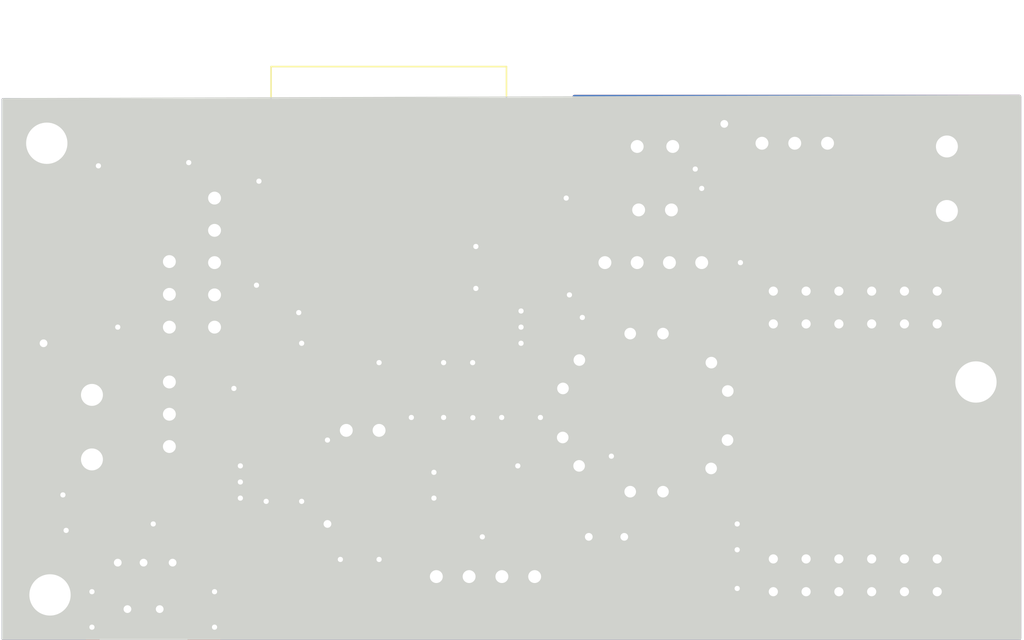
<source format=kicad_pcb>
(kicad_pcb (version 20171130) (host pcbnew 5.1.8-db9833491~87~ubuntu18.04.1)
  (layers (0 F.Cu signal) (31 B.Cu signal) (34 B.Paste user) (35 F.Paste user) (36 B.SilkS user) (37 F.SilkS user) (38 B.Mask user) (39 F.Mask user) (44 Edge.Cuts user))
  (net 0 "")
  (net 1 GND)
  (net 2 +5V)
  (net 3 "Net-(C3-Pad1)")
  (net 4 +3V3)
  (net 5 "Net-(D1-Pad1)")
  (net 6 /ON-OFF)
  (net 7 "Net-(D2-Pad1)")
  (net 8 "Net-(D3-Pad2)")
  (net 9 "Net-(D3-Pad1)")
  (net 10 "Net-(D4-Pad2)")
  (net 11 "Net-(D5-Pad2)")
  (net 12 "Net-(D6-Pad2)")
  (net 13 "Net-(D7-Pad2)")
  (net 14 "Net-(D8-Pad2)")
  (net 15 "Net-(D9-Pad2)")
  (net 16 /LED_RX)
  (net 17 "Net-(D10-Pad2)")
  (net 18 /LED_INF)
  (net 19 "Net-(D11-Pad2)")
  (net 20 /LED_TX)
  (net 21 /SCL)
  (net 22 /SDA)
  (net 23 /RXD)
  (net 24 /TXD)
  (net 25 "Net-(J7-Pad3)")
  (net 26 "Net-(J8-Pad2)")
  (net 27 /RX_IR)
  (net 28 /ADC1_0)
  (net 29 /AUX1)
  (net 30 /AUX2)
  (net 31 /AUX3)
  (net 32 /HCSR501)
  (net 33 /AUX5)
  (net 34 /TX_CC)
  (net 35 /RX_CC)
  (net 36 /RST_CC)
  (net 37 "Net-(J22-Pad1)")
  (net 38 "Net-(J23-Pad1)")
  (net 39 "Net-(Q1-Pad1)")
  (net 40 "Net-(Q3-Pad1)")
  (net 41 /WS2801_D)
  (net 42 /WS2801_C)
  (net 43 /RX_RF)
  (net 44 /TX_IR)
  (net 45 /TX_RF)
  (net 46 /EN)
  (net 47 "Net-(J8-Pad3)")
  (net 48 "Net-(J20-Pad12)")
  (net 49 "Net-(J20-Pad10)")
  (net 50 "Net-(J20-Pad6)")
  (net 51 "Net-(J20-Pad11)")
  (net 52 "Net-(J20-Pad9)")
  (net 53 "Net-(J20-Pad5)")
  (net 54 "Net-(J21-Pad12)")
  (net 55 "Net-(J21-Pad10)")
  (net 56 "Net-(J21-Pad8)")
  (net 57 "Net-(J21-Pad6)")
  (net 58 "Net-(J21-Pad4)")
  (net 59 "Net-(J21-Pad2)")
  (net 60 "Net-(J21-Pad11)")
  (net 61 "Net-(J21-Pad9)")
  (net 62 "Net-(J21-Pad7)")
  (net 63 "Net-(J21-Pad5)")
  (net 64 "Net-(J21-Pad3)")
  (net 65 "Net-(J21-Pad1)")
  (net 66 "Net-(U2-Pad32)")
  (net 67 "Net-(U2-Pad24)")
  (net 68 "Net-(U2-Pad23)")
  (net 69 "Net-(U2-Pad22)")
  (net 70 "Net-(U2-Pad21)")
  (net 71 "Net-(U2-Pad20)")
  (net 72 "Net-(U2-Pad19)")
  (net 73 "Net-(U2-Pad18)")
  (net 74 "Net-(U2-Pad17)")
  (net 75 "Net-(U2-Pad16)")
  (net 76 "Net-(Q2-Pad3)")
  (net 77 "Net-(Q2-Pad1)")
  (module Capacitor_SMD:C_1206_3216Metric (layer F.Cu) (at 84 72.75)
    (fp_text reference C8 (at -3.5 -1) (layer F.SilkS))
    (fp_text value 1uF)
    (pad 2 smd roundrect (at 1.475 0) (size 1.15 1.8) (layers F.Cu F.Paste F.Mask) (roundrect_rratio 0.2173904347826087) (net 46 /EN))
    (pad 1 smd roundrect (at -1.475 0) (size 1.15 1.8) (layers F.Cu F.Paste F.Mask) (roundrect_rratio 0.2173904347826087) (net 1 GND))
  )
  (module Resistor_SMD:R_0805_2012Metric (layer F.Cu) (at 78.75 102.25 180)
    (fp_text reference R24 (at 0 -1.65) (layer F.SilkS))
    (fp_text value 10k)
    (pad 2 smd roundrect (at 0.9125 0 180) (size 1.025 1.4) (layers F.Cu F.Paste F.Mask) (roundrect_rratio 0.2439004878048781) (net 77 "Net-(Q2-Pad1)"))
    (pad 1 smd roundrect (at -0.9125 0 180) (size 1.025 1.4) (layers F.Cu F.Paste F.Mask) (roundrect_rratio 0.2439004878048781) (net 6 /ON-OFF))
  )
  (module Connector_Samtec_HLE_THT:Samtec_HLE-106-02-xx-DV-TE_2x06_P2.54mm_Horizontal (layer F.Cu) (at 147.5 88 180)
    (fp_text reference J21 (at -3 1.5) (layer F.SilkS))
    (fp_text value CC2530_A hide)
    (pad 12 thru_hole circle (at 12.7 2.54 180) (size 1.31 1.31) (drill 0.71) (layers *.Cu *.Mask) (net 54 "Net-(J21-Pad12)"))
    (pad 10 thru_hole circle (at 10.16 2.54 180) (size 1.31 1.31) (drill 0.71) (layers *.Cu *.Mask) (net 55 "Net-(J21-Pad10)"))
    (pad 8 thru_hole circle (at 7.62 2.54 180) (size 1.31 1.31) (drill 0.71) (layers *.Cu *.Mask) (net 56 "Net-(J21-Pad8)"))
    (pad 6 thru_hole circle (at 5.08 2.54 180) (size 1.31 1.31) (drill 0.71) (layers *.Cu *.Mask) (net 57 "Net-(J21-Pad6)"))
    (pad 4 thru_hole circle (at 2.54 2.54 180) (size 1.31 1.31) (drill 0.71) (layers *.Cu *.Mask) (net 58 "Net-(J21-Pad4)"))
    (pad 2 thru_hole circle (at 0 2.54 180) (size 1.31 1.31) (drill 0.71) (layers *.Cu *.Mask) (net 59 "Net-(J21-Pad2)"))
    (pad 11 thru_hole circle (at 12.7 0 180) (size 1.31 1.31) (drill 0.71) (layers *.Cu *.Mask) (net 60 "Net-(J21-Pad11)"))
    (pad 9 thru_hole circle (at 10.16 0 180) (size 1.31 1.31) (drill 0.71) (layers *.Cu *.Mask) (net 61 "Net-(J21-Pad9)"))
    (pad 7 thru_hole circle (at 7.62 0 180) (size 1.31 1.31) (drill 0.71) (layers *.Cu *.Mask) (net 62 "Net-(J21-Pad7)"))
    (pad 5 thru_hole circle (at 5.08 0 180) (size 1.31 1.31) (drill 0.71) (layers *.Cu *.Mask) (net 63 "Net-(J21-Pad5)"))
    (pad 3 thru_hole circle (at 2.54 0 180) (size 1.31 1.31) (drill 0.71) (layers *.Cu *.Mask) (net 64 "Net-(J21-Pad3)"))
    (pad 1 thru_hole roundrect (at 0 0 180) (size 1.31 1.31) (drill 0.71) (layers *.Cu *.Mask) (roundrect_rratio 0.1908396946564886) (net 65 "Net-(J21-Pad1)"))
  )
  (module Connector_Samtec_HLE_THT:Samtec_HLE-106-02-xx-DV-TE_2x06_P2.54mm_Horizontal (layer F.Cu) (at 147.5 108.75 180)
    (fp_text reference J20 (at -3 1.25) (layer F.SilkS))
    (fp_text value CC2530_B (at 6.25 -2.25) (layer F.SilkS))
    (pad 12 thru_hole circle (at 12.7 2.54 180) (size 1.31 1.31) (drill 0.71) (layers *.Cu *.Mask) (net 48 "Net-(J20-Pad12)"))
    (pad 10 thru_hole circle (at 10.16 2.54 180) (size 1.31 1.31) (drill 0.71) (layers *.Cu *.Mask) (net 49 "Net-(J20-Pad10)"))
    (pad 8 thru_hole circle (at 7.62 2.54 180) (size 1.31 1.31) (drill 0.71) (layers *.Cu *.Mask) (net 35 /RX_CC))
    (pad 6 thru_hole circle (at 5.08 2.54 180) (size 1.31 1.31) (drill 0.71) (layers *.Cu *.Mask) (net 50 "Net-(J20-Pad6)"))
    (pad 4 thru_hole circle (at 2.54 2.54 180) (size 1.31 1.31) (drill 0.71) (layers *.Cu *.Mask) (net 36 /RST_CC))
    (pad 2 thru_hole circle (at 0 2.54 180) (size 1.31 1.31) (drill 0.71) (layers *.Cu *.Mask) (net 1 GND))
    (pad 11 thru_hole circle (at 12.7 0 180) (size 1.31 1.31) (drill 0.71) (layers *.Cu *.Mask) (net 51 "Net-(J20-Pad11)"))
    (pad 9 thru_hole circle (at 10.16 0 180) (size 1.31 1.31) (drill 0.71) (layers *.Cu *.Mask) (net 52 "Net-(J20-Pad9)"))
    (pad 7 thru_hole circle (at 7.62 0 180) (size 1.31 1.31) (drill 0.71) (layers *.Cu *.Mask) (net 34 /TX_CC))
    (pad 5 thru_hole circle (at 5.08 0 180) (size 1.31 1.31) (drill 0.71) (layers *.Cu *.Mask) (net 53 "Net-(J20-Pad5)"))
    (pad 3 thru_hole circle (at 2.54 0 180) (size 1.31 1.31) (drill 0.71) (layers *.Cu *.Mask) (net 4 +3V3))
    (pad 1 thru_hole roundrect (at 0 0 180) (size 1.31 1.31) (drill 0.71) (layers *.Cu *.Mask) (roundrect_rratio 0.1908396946564886) (net 4 +3V3))
  )
  (module Capacitor_SMD:CP_Elec_6.3x3 (layer F.Cu) (at 81.05 85.25)
    (fp_text reference C2 (at 0 -4.35) (layer F.SilkS))
    (fp_text value 220uF)
    (pad 2 smd roundrect (at 2.7 0) (size 3.5 1.6) (layers F.Cu F.Paste F.Mask) (roundrect_rratio 0.15625) (net 1 GND))
    (pad 1 smd roundrect (at -2.7 0) (size 3.5 1.6) (layers F.Cu F.Paste F.Mask) (roundrect_rratio 0.15625) (net 2 +5V))
  )
  (module Resistor_SMD:R_0805_2012Metric (layer F.Cu) (at 81.0875 105.5)
    (fp_text reference R23 (at -4.5875 -3.5 90) (layer F.SilkS))
    (fp_text value 1k)
    (pad 2 smd roundrect (at 0.9125 0) (size 1.025 1.4) (layers F.Cu F.Paste F.Mask) (roundrect_rratio 0.2439004878048781) (net 39 "Net-(Q1-Pad1)"))
    (pad 1 smd roundrect (at -0.9125 0) (size 1.025 1.4) (layers F.Cu F.Paste F.Mask) (roundrect_rratio 0.2439004878048781) (net 76 "Net-(Q2-Pad3)"))
  )
  (module Capacitor_SMD:C_0805_2012Metric (layer F.Cu) (at 88.25 74.25 90)
    (fp_text reference C7 (at -0.75 -1.75 180) (layer F.SilkS))
    (fp_text value 100nF)
    (pad 2 smd roundrect (at 0.95 0 90) (size 1 1.45) (layers F.Cu F.Paste F.Mask) (net 1 GND))
    (pad 1 smd roundrect (at -0.95 0 90) (size 1 1.45) (layers F.Cu F.Paste F.Mask) (net 4 +3V3))
  )
  (module Resistor_SMD:R_0805_2012Metric (layer F.Cu) (at 84.8375 89.5)
    (fp_text reference R22 (at -1.8375 -0.25 90) (layer F.SilkS))
    (fp_text value 4K7)
    (pad 2 smd roundrect (at 0.9125 0) (size 1.025 1.4) (layers F.Cu F.Paste F.Mask) (roundrect_rratio 0.2439004878048781) (net 27 /RX_IR))
    (pad 1 smd roundrect (at -0.9125 0) (size 1.025 1.4) (layers F.Cu F.Paste F.Mask) (roundrect_rratio 0.2439004878048781) (net 4 +3V3))
  )
  (module Package_TO_SOT_SMD:TO-252-2 (layer F.Cu) (at 86 106.825 270)
    (fp_text reference Q1 (at 0 -4.5 180) (layer F.SilkS))
    (fp_text value DMP4051LK3)
    (pad 2 smd rect (at 2.1 0 270) (size 6.4 5.8) (layers F.Cu F.Mask) (net 3 "Net-(C3-Pad1)"))
    (pad 3 smd rect (at -4.2 2.28 270) (size 2.2 1.2) (layers F.Cu F.Paste F.Mask) (net 2 +5V))
    (pad 1 smd rect (at -4.2 -2.28 270) (size 2.2 1.2) (layers F.Cu F.Paste F.Mask) (net 39 "Net-(Q1-Pad1)"))
  )
  (module Symbol:OSHW-Logo2_9.8x8mm_SilkScreen (layer F.Cu) (at 141.75 93.25)
    (fp_text reference REF** hide)
    (fp_text value OSHW-Logo hide)
  )
  (module Connector_PinSocket_2.54mm:PinSocket_1x02_P2.54mm_Vertical (layer F.Cu) (at 104.25 96.25 270)
    (fp_text reference J6 hide)
    (fp_text value Boot (at 2 1 180) (layer F.SilkS))
    (pad 2 thru_hole oval (at 0 2.54 270) (size 1.7 1.7) (drill 1) (layers *.Cu *.Mask) (net 1 GND))
    (pad 1 thru_hole rect (at 0 0 270) (size 1.7 1.7) (drill 1) (layers *.Cu *.Mask) (net 16 /LED_RX))
  )
  (module MountingHole:MountingHole_3.2mm_M3 (layer F.Cu) (at 78.5 74)
    (fp_text reference REF** hide)
    (fp_text value 3.2mm_M3 hide)
    (pad 1 np_thru_hole circle (at 0 0) (size 3.2 3.2) (drill 3.2) (layers *.Cu *.Mask))
  )
  (module MountingHole:MountingHole_3.2mm_M3 (layer F.Cu) (at 78.75 109)
    (fp_text reference REF** hide)
    (fp_text value 3.2mm_M3 hide)
    (pad 1 np_thru_hole circle (at 0 0) (size 3.2 3.2) (drill 3.2) (layers *.Cu *.Mask))
  )
  (module MountingHole:MountingHole_3.2mm_M3 (layer F.Cu) (at 150.5 92.5)
    (fp_text reference REF** hide)
    (fp_text value 3.2mm_M3 hide)
    (pad 1 np_thru_hole circle (at 0 0) (size 3.2 3.2) (drill 3.2) (layers *.Cu *.Mask))
  )
  (module Connector_PinHeader_2.54mm:PinHeader_1x04_P2.54mm_Vertical (layer F.Cu) (at 108.6866 107.57916 90)
    (fp_text reference J8)
    (fp_text value STX882 (at -2.62128 4.30276 180) (layer F.SilkS))
    (pad 4 thru_hole oval (at 0 7.62 90) (size 1.7 1.7) (drill 1) (layers *.Cu *.Mask) (net 1 GND))
    (pad 3 thru_hole oval (at 0 5.08 90) (size 1.7 1.7) (drill 1) (layers *.Cu *.Mask) (net 47 "Net-(J8-Pad3)"))
    (pad 2 thru_hole oval (at 0 2.54 90) (size 1.7 1.7) (drill 1) (layers *.Cu *.Mask) (net 26 "Net-(J8-Pad2)"))
    (pad 1 thru_hole rect (at 0 0 90) (size 1.7 1.7) (drill 1) (layers *.Cu *.Mask) (net 5 "Net-(D1-Pad1)"))
  )
  (module Package_TO_SOT_SMD:SOT-23 (layer F.Cu) (at 117.81536 84.75 270)
    (fp_text reference Q5 (at 2.3146 -0.06536 180) (layer F.SilkS))
    (fp_text value 2N7002)
    (pad 3 smd rect (at 1 0 270) (size 0.9 0.8) (layers F.Cu F.Paste F.Mask) (net 37 "Net-(J22-Pad1)"))
    (pad 2 smd rect (at -1 0.95 270) (size 0.9 0.8) (layers F.Cu F.Paste F.Mask) (net 42 /WS2801_C))
    (pad 1 smd rect (at -1 -0.95 270) (size 0.9 0.8) (layers F.Cu F.Paste F.Mask) (net 4 +3V3))
  )
  (module Package_TO_SOT_SMD:SOT-23 (layer F.Cu) (at 117.81536 78.20152 270)
    (fp_text reference Q4 (at 2.29848 0.06536) (layer F.SilkS))
    (fp_text value 2N7002)
    (pad 3 smd rect (at 1 0 270) (size 0.9 0.8) (layers F.Cu F.Paste F.Mask) (net 38 "Net-(J23-Pad1)"))
    (pad 2 smd rect (at -1 0.95 270) (size 0.9 0.8) (layers F.Cu F.Paste F.Mask) (net 41 /WS2801_D))
    (pad 1 smd rect (at -1 -0.95 270) (size 0.9 0.8) (layers F.Cu F.Paste F.Mask) (net 4 +3V3))
  )
  (module Connector_PinHeader_2.54mm:PinHeader_1x03_P2.54mm_Vertical (layer F.Cu) (at 88 88.25 180)
    (fp_text reference J10 hide)
    (fp_text value IRF (at -0.25 7.25) (layer F.SilkS))
    (pad 3 thru_hole oval (at 0 5.08 180) (size 1.7 1.7) (drill 1) (layers *.Cu *.Mask) (net 1 GND))
    (pad 2 thru_hole oval (at 0 2.54 180) (size 1.7 1.7) (drill 1) (layers *.Cu *.Mask) (net 4 +3V3))
    (pad 1 thru_hole rect (at 0 0 180) (size 1.7 1.7) (drill 1) (layers *.Cu *.Mask) (net 27 /RX_IR))
  )
  (module Connector_JST:JST_NV_B02P-NV_1x02_P5.00mm_Vertical (layer F.Cu) (at 148.25 74.25 270)
    (fp_text reference J2)
    (fp_text value "POWER Out" (at 2.21488 -4.82092 90) (layer F.SilkS))
    (pad 2 thru_hole circle (at 5 0 270) (size 2.7 2.7) (drill 1.7) (layers *.Cu *.Mask) (net 3 "Net-(C3-Pad1)"))
    (pad 1 thru_hole roundrect (at 0 0 270) (size 2.7 2.7) (drill 1.7) (layers *.Cu *.Mask) (roundrect_rratio 0.09259296296296296) (net 1 GND))
  )
  (module Connector_JST:JST_NV_B02P-NV_1x02_P5.00mm_Vertical (layer F.Cu) (at 82 93.5 270)
    (fp_text reference J1 hide)
    (fp_text value "POWER Int" (at 1.75 5.75 90) (layer F.SilkS))
    (pad 2 thru_hole circle (at 5 0 270) (size 2.7 2.7) (drill 1.7) (layers *.Cu *.Mask) (net 2 +5V))
    (pad 1 thru_hole roundrect (at 0 0 270) (size 2.7 2.7) (drill 1.7) (layers *.Cu *.Mask) (roundrect_rratio 0.09259296296296296) (net 1 GND))
  )
  (module RF_Module:ESP32-WROOM-32 (layer F.Cu) (at 105 83.925)
    (fp_text reference U2 (at -11.26744 -8.71728 180) (layer F.SilkS))
    (fp_text value ESP32-S (at -0.25 -10.925) (layer F.SilkS))
    (pad 38 smd rect (at 8.5 -8.255) (size 2 0.9) (layers F.Cu F.Paste F.Mask) (net 1 GND))
    (pad 37 smd rect (at 8.5 -6.985) (size 2 0.9) (layers F.Cu F.Paste F.Mask) (net 41 /WS2801_D))
    (pad 36 smd rect (at 8.5 -5.715) (size 2 0.9) (layers F.Cu F.Paste F.Mask) (net 21 /SCL))
    (pad 35 smd rect (at 8.5 -4.445) (size 2 0.9) (layers F.Cu F.Paste F.Mask) (net 24 /TXD))
    (pad 34 smd rect (at 8.5 -3.175) (size 2 0.9) (layers F.Cu F.Paste F.Mask) (net 23 /RXD))
    (pad 33 smd rect (at 8.5 -1.905) (size 2 0.9) (layers F.Cu F.Paste F.Mask) (net 22 /SDA))
    (pad 32 smd rect (at 8.5 -0.635) (size 2 0.9) (layers F.Cu F.Paste F.Mask) (net 66 "Net-(U2-Pad32)"))
    (pad 31 smd rect (at 8.5 0.635) (size 2 0.9) (layers F.Cu F.Paste F.Mask) (net 20 /LED_TX))
    (pad 30 smd rect (at 8.5 1.905) (size 2 0.9) (layers F.Cu F.Paste F.Mask) (net 42 /WS2801_C))
    (pad 29 smd rect (at 8.5 3.175) (size 2 0.9) (layers F.Cu F.Paste F.Mask) (net 36 /RST_CC))
    (pad 28 smd rect (at 8.5 4.445) (size 2 0.9) (layers F.Cu F.Paste F.Mask) (net 34 /TX_CC))
    (pad 27 smd rect (at 8.5 5.715) (size 2 0.9) (layers F.Cu F.Paste F.Mask) (net 35 /RX_CC))
    (pad 26 smd rect (at 8.5 6.985) (size 2 0.9) (layers F.Cu F.Paste F.Mask) (net 18 /LED_INF))
    (pad 25 smd rect (at 8.5 8.255) (size 2 0.9) (layers F.Cu F.Paste F.Mask) (net 16 /LED_RX))
    (pad 24 smd rect (at 5.715 9.255 90) (size 2 0.9) (layers F.Cu F.Paste F.Mask) (net 67 "Net-(U2-Pad24)"))
    (pad 23 smd rect (at 4.445 9.255 90) (size 2 0.9) (layers F.Cu F.Paste F.Mask) (net 68 "Net-(U2-Pad23)"))
    (pad 22 smd rect (at 3.175 9.255 90) (size 2 0.9) (layers F.Cu F.Paste F.Mask) (net 69 "Net-(U2-Pad22)"))
    (pad 21 smd rect (at 1.905 9.255 90) (size 2 0.9) (layers F.Cu F.Paste F.Mask) (net 70 "Net-(U2-Pad21)"))
    (pad 20 smd rect (at 0.635 9.255 90) (size 2 0.9) (layers F.Cu F.Paste F.Mask) (net 71 "Net-(U2-Pad20)"))
    (pad 19 smd rect (at -0.635 9.255 90) (size 2 0.9) (layers F.Cu F.Paste F.Mask) (net 72 "Net-(U2-Pad19)"))
    (pad 18 smd rect (at -1.905 9.255 90) (size 2 0.9) (layers F.Cu F.Paste F.Mask) (net 73 "Net-(U2-Pad18)"))
    (pad 17 smd rect (at -3.175 9.255 90) (size 2 0.9) (layers F.Cu F.Paste F.Mask) (net 74 "Net-(U2-Pad17)"))
    (pad 16 smd rect (at -4.445 9.255 90) (size 2 0.9) (layers F.Cu F.Paste F.Mask) (net 75 "Net-(U2-Pad16)"))
    (pad 15 smd rect (at -5.715 9.255 90) (size 2 0.9) (layers F.Cu F.Paste F.Mask) (net 1 GND))
    (pad 14 smd rect (at -8.5 8.255) (size 2 0.9) (layers F.Cu F.Paste F.Mask) (net 45 /TX_RF))
    (pad 13 smd rect (at -8.5 6.985) (size 2 0.9) (layers F.Cu F.Paste F.Mask) (net 44 /TX_IR))
    (pad 12 smd rect (at -8.5 5.715) (size 2 0.9) (layers F.Cu F.Paste F.Mask) (net 43 /RX_RF))
    (pad 11 smd rect (at -8.5 4.445) (size 2 0.9) (layers F.Cu F.Paste F.Mask) (net 27 /RX_IR))
    (pad 10 smd rect (at -8.5 3.175) (size 2 0.9) (layers F.Cu F.Paste F.Mask) (net 6 /ON-OFF))
    (pad 9 smd rect (at -8.5 1.905) (size 2 0.9) (layers F.Cu F.Paste F.Mask) (net 33 /AUX5))
    (pad 8 smd rect (at -8.5 0.635) (size 2 0.9) (layers F.Cu F.Paste F.Mask) (net 32 /HCSR501))
    (pad 7 smd rect (at -8.5 -0.635) (size 2 0.9) (layers F.Cu F.Paste F.Mask) (net 31 /AUX3))
    (pad 6 smd rect (at -8.5 -1.905) (size 2 0.9) (layers F.Cu F.Paste F.Mask) (net 30 /AUX2))
    (pad 5 smd rect (at -8.5 -3.175) (size 2 0.9) (layers F.Cu F.Paste F.Mask) (net 29 /AUX1))
    (pad 4 smd rect (at -8.5 -4.445) (size 2 0.9) (layers F.Cu F.Paste F.Mask) (net 28 /ADC1_0))
    (pad 3 smd rect (at -8.5 -5.715) (size 2 0.9) (layers F.Cu F.Paste F.Mask) (net 46 /EN))
    (pad 2 smd rect (at -8.5 -6.985) (size 2 0.9) (layers F.Cu F.Paste F.Mask) (net 4 +3V3))
    (pad 1 smd rect (at -8.5 -8.255) (size 2 0.9) (layers F.Cu F.Paste F.Mask) (net 1 GND))
    (pad 39 smd rect (at -1 -0.755) (size 5 5) (layers F.Cu F.Paste F.Mask) (net 1 GND))
  )
  (module Package_TO_SOT_SMD:SOT-223-3_TabPin2 (layer F.Cu) (at 93.5 100.5 270)
    (fp_text reference U1 (at 2.85 -3.25 180) (layer F.SilkS))
    (fp_text value LM1117-3.3)
    (pad 1 smd rect (at -3.15 -2.3 270) (size 2 1.5) (layers F.Cu F.Paste F.Mask) (net 1 GND))
    (pad 3 smd rect (at -3.15 2.3 270) (size 2 1.5) (layers F.Cu F.Paste F.Mask) (net 2 +5V))
    (pad 2 smd rect (at -3.15 0 270) (size 2 1.5) (layers F.Cu F.Paste F.Mask) (net 4 +3V3))
    (pad 2 smd rect (at 3.15 0 270) (size 2 3.8) (layers F.Cu F.Paste F.Mask) (net 4 +3V3))
  )
  (module Button_Switch_SMD:SW_SPST_REED_CT05-XXXX-J1 (layer F.Cu) (at 84.46808 78.39964)
    (fp_text reference SW1 hide)
    (fp_text value Reset (at 0.03192 2.35036) (layer F.SilkS))
    (pad 1 smd rect (at -3.08 0) (size 2.5 2) (layers F.Cu F.Paste F.Mask) (net 1 GND))
    (pad 2 smd rect (at 3.08 0) (size 2.5 2) (layers F.Cu F.Paste F.Mask) (net 46 /EN))
  )
  (module Resistor_SMD:R_0805_2012Metric (layer F.Cu) (at 129.5 73.5 270)
    (fp_text reference R21 (at 2.25 0 180) (layer F.SilkS))
    (fp_text value 10k)
    (pad 2 smd roundrect (at 0.9125 0 270) (size 1.025 1.4) (layers F.Cu F.Paste F.Mask) (roundrect_rratio 0.2439004878048781) (net 37 "Net-(J22-Pad1)"))
    (pad 1 smd roundrect (at -0.9125 0 270) (size 1.025 1.4) (layers F.Cu F.Paste F.Mask) (roundrect_rratio 0.2439004878048781) (net 2 +5V))
  )
  (module Resistor_SMD:R_0805_2012Metric (layer F.Cu) (at 122 73.5 270)
    (fp_text reference R20 (at 2.25 0.5 180) (layer F.SilkS))
    (fp_text value 10k)
    (pad 2 smd roundrect (at 0.9125 0 270) (size 1.025 1.4) (layers F.Cu F.Paste F.Mask) (roundrect_rratio 0.2439004878048781) (net 38 "Net-(J23-Pad1)"))
    (pad 1 smd roundrect (at -0.9125 0 270) (size 1.025 1.4) (layers F.Cu F.Paste F.Mask) (roundrect_rratio 0.2439004878048781) (net 2 +5V))
  )
  (module Resistor_SMD:R_0805_2012Metric (layer F.Cu) (at 117.81854 87.5 180)
    (fp_text reference R19 (at -3.18146 -0.17696) (layer F.SilkS))
    (fp_text value 10k)
    (pad 2 smd roundrect (at 0.9125 0 180) (size 1.025 1.4) (layers F.Cu F.Paste F.Mask) (roundrect_rratio 0.2439004878048781) (net 42 /WS2801_C))
    (pad 1 smd roundrect (at -0.9125 0 180) (size 1.025 1.4) (layers F.Cu F.Paste F.Mask) (roundrect_rratio 0.2439004878048781) (net 4 +3V3))
  )
  (module Resistor_SMD:R_0805_2012Metric (layer F.Cu) (at 144 102.75 180)
    (fp_text reference R18 (at -3.5 0) (layer F.SilkS))
    (fp_text value 10k)
    (pad 2 smd roundrect (at 0.9125 0 180) (size 1.025 1.4) (layers F.Cu F.Paste F.Mask) (roundrect_rratio 0.2439004878048781) (net 1 GND))
    (pad 1 smd roundrect (at -0.9125 0 180) (size 1.025 1.4) (layers F.Cu F.Paste F.Mask) (roundrect_rratio 0.2439004878048781) (net 36 /RST_CC))
  )
  (module Resistor_SMD:R_0805_2012Metric (layer F.Cu) (at 117.8325 75.5142 180)
    (fp_text reference R17 (at 2.3325 0.0142 90) (layer F.SilkS))
    (fp_text value 10k)
    (pad 2 smd roundrect (at 0.9125 0 180) (size 1.025 1.4) (layers F.Cu F.Paste F.Mask) (roundrect_rratio 0.2439004878048781) (net 41 /WS2801_D))
    (pad 1 smd roundrect (at -0.9125 0 180) (size 1.025 1.4) (layers F.Cu F.Paste F.Mask) (roundrect_rratio 0.2439004878048781) (net 4 +3V3))
  )
  (module Resistor_SMD:R_0805_2012Metric (layer F.Cu) (at 114.1625 100.25)
    (fp_text reference R16 (at 2.0875 -0.5 90) (layer F.SilkS))
    (fp_text value 470)
    (pad 2 smd roundrect (at 0.9125 0) (size 1.025 1.4) (layers F.Cu F.Paste F.Mask) (roundrect_rratio 0.2439004878048781) (net 4 +3V3))
    (pad 1 smd roundrect (at -0.9125 0) (size 1.025 1.4) (layers F.Cu F.Paste F.Mask) (roundrect_rratio 0.2439004878048781) (net 19 "Net-(D11-Pad2)"))
  )
  (module Resistor_SMD:R_0805_2012Metric (layer F.Cu) (at 110.5875 100.25 180)
    (fp_text reference R15 (at -0.1625 -1.5) (layer F.SilkS))
    (fp_text value 470)
    (pad 2 smd roundrect (at 0.9125 0 180) (size 1.025 1.4) (layers F.Cu F.Paste F.Mask) (roundrect_rratio 0.2439004878048781) (net 4 +3V3))
    (pad 1 smd roundrect (at -0.9125 0 180) (size 1.025 1.4) (layers F.Cu F.Paste F.Mask) (roundrect_rratio 0.2439004878048781) (net 17 "Net-(D10-Pad2)"))
  )
  (module Resistor_SMD:R_0805_2012Metric (layer F.Cu) (at 107.19308 97.54806 90)
    (fp_text reference R14 (at 2.29806 -0.44308 180) (layer F.SilkS))
    (fp_text value 470)
    (pad 2 smd roundrect (at 0.9125 0 90) (size 1.025 1.4) (layers F.Cu F.Paste F.Mask) (roundrect_rratio 0.2439004878048781) (net 4 +3V3))
    (pad 1 smd roundrect (at -0.9125 0 90) (size 1.025 1.4) (layers F.Cu F.Paste F.Mask) (roundrect_rratio 0.2439004878048781) (net 15 "Net-(D9-Pad2)"))
  )
  (module Resistor_SMD:R_0805_2012Metric (layer F.Cu) (at 84.25 75.75)
    (fp_text reference R13 (at -3.5 0.5) (layer F.SilkS))
    (fp_text value 10K)
    (pad 2 smd roundrect (at 0.9125 0) (size 1.025 1.4) (layers F.Cu F.Paste F.Mask) (roundrect_rratio 0.2439004878048781) (net 46 /EN))
    (pad 1 smd roundrect (at -0.9125 0) (size 1.025 1.4) (layers F.Cu F.Paste F.Mask) (roundrect_rratio 0.2439004878048781) (net 4 +3V3))
  )
  (module Resistor_SMD:R_0805_2012Metric (layer F.Cu) (at 123.0875 94.5 180)
    (fp_text reference R12 (at 2.8375 -0.25) (layer F.SilkS))
    (fp_text value 68)
    (pad 2 smd roundrect (at 0.9125 0 180) (size 1.025 1.4) (layers F.Cu F.Paste F.Mask) (roundrect_rratio 0.2439004878048781) (net 14 "Net-(D8-Pad2)"))
    (pad 1 smd roundrect (at -0.9125 0 180) (size 1.025 1.4) (layers F.Cu F.Paste F.Mask) (roundrect_rratio 0.2439004878048781) (net 2 +5V))
  )
  (module Resistor_SMD:R_0805_2012Metric (layer F.Cu) (at 123.0875 96.5 180)
    (fp_text reference R11 (at 0 -1.65) (layer F.SilkS))
    (fp_text value 68)
    (pad 2 smd roundrect (at 0.9125 0 180) (size 1.025 1.4) (layers F.Cu F.Paste F.Mask) (roundrect_rratio 0.2439004878048781) (net 13 "Net-(D7-Pad2)"))
    (pad 1 smd roundrect (at -0.9125 0 180) (size 1.025 1.4) (layers F.Cu F.Paste F.Mask) (roundrect_rratio 0.2439004878048781) (net 2 +5V))
  )
  (module Resistor_SMD:R_0805_2012Metric (layer F.Cu) (at 126.5 92.5)
    (fp_text reference R10 (at 0 -1.65) (layer F.SilkS))
    (fp_text value 68)
    (pad 2 smd roundrect (at 0.9125 0) (size 1.025 1.4) (layers F.Cu F.Paste F.Mask) (roundrect_rratio 0.2439004878048781) (net 12 "Net-(D6-Pad2)"))
    (pad 1 smd roundrect (at -0.9125 0) (size 1.025 1.4) (layers F.Cu F.Paste F.Mask) (roundrect_rratio 0.2439004878048781) (net 2 +5V))
  )
  (module Resistor_SMD:R_0805_2012Metric (layer F.Cu) (at 114.0875 102.5)
    (fp_text reference R9 (at 2.1625 -0.25 90) (layer F.SilkS))
    (fp_text value 10K)
    (pad 2 smd roundrect (at 0.9125 0) (size 1.025 1.4) (layers F.Cu F.Paste F.Mask) (roundrect_rratio 0.2439004878048781) (net 40 "Net-(Q3-Pad1)"))
    (pad 1 smd roundrect (at -0.9125 0) (size 1.025 1.4) (layers F.Cu F.Paste F.Mask) (roundrect_rratio 0.2439004878048781) (net 1 GND))
  )
  (module Resistor_SMD:R_0805_2012Metric (layer F.Cu) (at 106.4125 100.25)
    (fp_text reference R8 (at -0.1625 1.5) (layer F.SilkS))
    (fp_text value 100)
    (pad 2 smd roundrect (at 0.9125 0) (size 1.025 1.4) (layers F.Cu F.Paste F.Mask) (roundrect_rratio 0.2439004878048781) (net 47 "Net-(J8-Pad3)"))
    (pad 1 smd roundrect (at -0.9125 0) (size 1.025 1.4) (layers F.Cu F.Paste F.Mask) (roundrect_rratio 0.2439004878048781) (net 45 /TX_RF))
  )
  (module Resistor_SMD:R_0805_2012Metric (layer F.Cu) (at 114.25 104.5 180)
    (fp_text reference R7 (at -2 0.25 90) (layer F.SilkS))
    (fp_text value 1k)
    (pad 2 smd roundrect (at 0.9125 0 180) (size 1.025 1.4) (layers F.Cu F.Paste F.Mask) (roundrect_rratio 0.2439004878048781) (net 44 /TX_IR))
    (pad 1 smd roundrect (at -0.9125 0 180) (size 1.025 1.4) (layers F.Cu F.Paste F.Mask) (roundrect_rratio 0.2439004878048781) (net 40 "Net-(Q3-Pad1)"))
  )
  (module Resistor_SMD:R_0805_2012Metric (layer F.Cu) (at 136.4125 77.5)
    (fp_text reference R6 (at -0.25 1.75) (layer F.SilkS))
    (fp_text value 100)
    (pad 2 smd roundrect (at 0.9125 0) (size 1.025 1.4) (layers F.Cu F.Paste F.Mask) (roundrect_rratio 0.2439004878048781) (net 25 "Net-(J7-Pad3)"))
    (pad 1 smd roundrect (at -0.9125 0) (size 1.025 1.4) (layers F.Cu F.Paste F.Mask) (roundrect_rratio 0.2439004878048781) (net 43 /RX_RF))
  )
  (module Resistor_SMD:R_0805_2012Metric (layer F.Cu) (at 92 94.5 180)
    (fp_text reference R5 (at -2.5 0) (layer F.SilkS))
    (fp_text value 1k)
    (pad 2 smd roundrect (at 0.9125 0 180) (size 1.025 1.4) (layers F.Cu F.Paste F.Mask) (roundrect_rratio 0.2439004878048781) (net 7 "Net-(D2-Pad1)"))
    (pad 1 smd roundrect (at -0.9125 0 180) (size 1.025 1.4) (layers F.Cu F.Paste F.Mask) (roundrect_rratio 0.2439004878048781) (net 1 GND))
  )
  (module Resistor_SMD:R_0805_2012Metric (layer F.Cu) (at 123.0875 92.5)
    (fp_text reference R4 (at 0 -1.65) (layer F.SilkS))
    (fp_text value 68)
    (pad 2 smd roundrect (at 0.9125 0) (size 1.025 1.4) (layers F.Cu F.Paste F.Mask) (roundrect_rratio 0.2439004878048781) (net 2 +5V))
    (pad 1 smd roundrect (at -0.9125 0) (size 1.025 1.4) (layers F.Cu F.Paste F.Mask) (roundrect_rratio 0.2439004878048781) (net 11 "Net-(D5-Pad2)"))
  )
  (module Resistor_SMD:R_0805_2012Metric (layer F.Cu) (at 126.4125 94.5 180)
    (fp_text reference R3 (at -2.3375 0) (layer F.SilkS))
    (fp_text value 68)
    (pad 2 smd roundrect (at 0.9125 0 180) (size 1.025 1.4) (layers F.Cu F.Paste F.Mask) (roundrect_rratio 0.2439004878048781) (net 2 +5V))
    (pad 1 smd roundrect (at -0.9125 0 180) (size 1.025 1.4) (layers F.Cu F.Paste F.Mask) (roundrect_rratio 0.2439004878048781) (net 10 "Net-(D4-Pad2)"))
  )
  (module Resistor_SMD:R_0805_2012Metric (layer F.Cu) (at 126.3375 96.5 180)
    (fp_text reference R2 (at 0 -1.65) (layer F.SilkS))
    (fp_text value 68)
    (pad 2 smd roundrect (at 0.9125 0 180) (size 1.025 1.4) (layers F.Cu F.Paste F.Mask) (roundrect_rratio 0.2439004878048781) (net 2 +5V))
    (pad 1 smd roundrect (at -0.9125 0 180) (size 1.025 1.4) (layers F.Cu F.Paste F.Mask) (roundrect_rratio 0.2439004878048781) (net 8 "Net-(D3-Pad2)"))
  )
  (module Resistor_SMD:R_0805_2012Metric (layer F.Cu) (at 81.5 103 270)
    (fp_text reference R1 (at -2.3375 0) (layer F.SilkS))
    (fp_text value 4k7)
    (pad 2 smd roundrect (at 0.9125 0 270) (size 1.025 1.4) (layers F.Cu F.Paste F.Mask) (roundrect_rratio 0.2439004878048781) (net 39 "Net-(Q1-Pad1)"))
    (pad 1 smd roundrect (at -0.9125 0 270) (size 1.025 1.4) (layers F.Cu F.Paste F.Mask) (roundrect_rratio 0.2439004878048781) (net 2 +5V))
  )
  (module Package_TO_SOT_SMD:SOT-23 (layer F.Cu) (at 118.5 103.25)
    (fp_text reference Q3 (at 2.25 -1.5) (layer F.SilkS))
    (fp_text value BSS138)
    (pad 3 smd rect (at 1 0) (size 0.9 0.8) (layers F.Cu F.Paste F.Mask) (net 9 "Net-(D3-Pad1)"))
    (pad 2 smd rect (at -1 0.95) (size 0.9 0.8) (layers F.Cu F.Paste F.Mask) (net 1 GND))
    (pad 1 smd rect (at -1 -0.95) (size 0.9 0.8) (layers F.Cu F.Paste F.Mask) (net 40 "Net-(Q3-Pad1)"))
  )
  (module Package_TO_SOT_SMD:SOT-23 (layer F.Cu) (at 77.5 105 270)
    (fp_text reference Q2 (at 2 1.5) (layer F.SilkS))
    (fp_text value BC847)
    (pad 3 smd rect (at 1 0 270) (size 0.9 0.8) (layers F.Cu F.Paste F.Mask) (net 76 "Net-(Q2-Pad3)"))
    (pad 2 smd rect (at -1 0.95 270) (size 0.9 0.8) (layers F.Cu F.Paste F.Mask) (net 1 GND))
    (pad 1 smd rect (at -1 -0.95 270) (size 0.9 0.8) (layers F.Cu F.Paste F.Mask) (net 77 "Net-(Q2-Pad1)"))
  )
  (module Jumper:SolderJumper-3_P1.3mm_Bridged2Bar12_Pad1.0x1.5mm_NumberLabels (layer F.Cu) (at 108.75 104.5 180)
    (fp_text reference JP1 hide)
    (fp_text value Mode (at 0.25 1.75) (layer F.SilkS))
    (fp_poly (pts (xy -0.9 -0.6) (xy -0.4 -0.6) (xy -0.4 -0.2) (xy -0.9 -0.2)) (layer F.Cu) (width 0))
    (fp_poly (pts (xy -0.9 0.2) (xy -0.4 0.2) (xy -0.4 0.6) (xy -0.9 0.6)) (layer F.Cu) (width 0))
    (pad 2 smd rect (at 0 0 180) (size 1 1.5) (layers F.Cu F.Mask) (net 26 "Net-(J8-Pad2)"))
    (pad 3 smd rect (at 1.3 0 180) (size 1 1.5) (layers F.Cu F.Mask) (net 5 "Net-(D1-Pad1)"))
    (pad 1 smd rect (at -1.3 0 180) (size 1 1.5) (layers F.Cu F.Mask) (net 1 GND))
  )
  (module Connector_PinHeader_2.54mm:PinHeader_1x01_P2.54mm_Vertical (layer F.Cu) (at 124.25 74.25)
    (fp_text reference J23 hide)
    (fp_text value Conn_01x01_Female hide)
    (pad 1 thru_hole rect (at 0 0) (size 1.7 1.7) (drill 1) (layers *.Cu *.Mask) (net 38 "Net-(J23-Pad1)"))
  )
  (module Connector_PinHeader_2.54mm:PinHeader_1x01_P2.54mm_Vertical (layer F.Cu) (at 127.00508 74.25)
    (fp_text reference J22 hide)
    (fp_text value Conn_01x01_Female hide)
    (pad 1 thru_hole rect (at 0 0) (size 1.7 1.7) (drill 1) (layers *.Cu *.Mask) (net 37 "Net-(J22-Pad1)"))
  )
  (module Connector_PinHeader_2.54mm:PinHeader_1x01_P2.54mm_Vertical (layer F.Cu) (at 88 95)
    (fp_text reference J19 hide)
    (fp_text value Conn_01x01_Female hide)
    (pad 1 thru_hole rect (at 0 0) (size 1.7 1.7) (drill 1) (layers *.Cu *.Mask) (net 1 GND))
  )
  (module Connector_PinHeader_2.54mm:PinHeader_1x01_P2.54mm_Vertical (layer F.Cu) (at 126.75 83.25)
    (fp_text reference J18 hide)
    (fp_text value Conn_01x01_Female hide)
    (pad 1 thru_hole rect (at 0 0) (size 1.7 1.7) (drill 1) (layers *.Cu *.Mask) (net 1 GND))
  )
  (module Connector_PinHeader_2.54mm:PinHeader_1x01_P2.54mm_Vertical (layer F.Cu) (at 91.5 88.25)
    (fp_text reference J17 hide)
    (fp_text value Conn_01x01_Female hide)
    (pad 1 thru_hole rect (at 0 0) (size 1.7 1.7) (drill 1) (layers *.Cu *.Mask) (net 33 /AUX5))
  )
  (module Connector_PinHeader_2.54mm:PinHeader_1x01_P2.54mm_Vertical (layer F.Cu) (at 88 92.5)
    (fp_text reference J16 hide)
    (fp_text value Conn_01x01_Female hide)
    (pad 1 thru_hole rect (at 0 0) (size 1.7 1.7) (drill 1) (layers *.Cu *.Mask) (net 32 /HCSR501))
  )
  (module Connector_PinHeader_2.54mm:PinHeader_1x01_P2.54mm_Vertical (layer F.Cu) (at 91.5 85.75)
    (fp_text reference J15 hide)
    (fp_text value Conn_01x01_Female hide)
    (pad 1 thru_hole rect (at 0 0) (size 1.7 1.7) (drill 1) (layers *.Cu *.Mask) (net 31 /AUX3))
  )
  (module Connector_PinHeader_2.54mm:PinHeader_1x01_P2.54mm_Vertical (layer F.Cu) (at 91.5 83.25)
    (fp_text reference J14 hide)
    (fp_text value Conn_01x01_Female hide)
    (pad 1 thru_hole rect (at 0 0) (size 1.7 1.7) (drill 1) (layers *.Cu *.Mask) (net 30 /AUX2))
  )
  (module Connector_PinHeader_2.54mm:PinHeader_1x01_P2.54mm_Vertical (layer F.Cu) (at 91.5 80.75)
    (fp_text reference J13 hide)
    (fp_text value Conn_01x01_Female hide)
    (pad 1 thru_hole rect (at 0 0) (size 1.7 1.7) (drill 1) (layers *.Cu *.Mask) (net 29 /AUX1))
  )
  (module Connector_PinHeader_2.54mm:PinHeader_1x01_P2.54mm_Vertical (layer F.Cu) (at 91.5 78.25)
    (fp_text reference J12 hide)
    (fp_text value Conn_01x01_Female hide)
    (pad 1 thru_hole rect (at 0 0) (size 1.7 1.7) (drill 1) (layers *.Cu *.Mask) (net 28 /ADC1_0))
  )
  (module Connector_PinHeader_2.54mm:PinHeader_1x01_P2.54mm_Vertical (layer F.Cu) (at 88 97.5)
    (fp_text reference J11 hide)
    (fp_text value Conn_01x01_Female hide)
    (pad 1 thru_hole rect (at 0 0) (size 1.7 1.7) (drill 1) (layers *.Cu *.Mask) (net 4 +3V3))
  )
  (module Connector_PinHeader_2.54mm:PinHeader_1x01_P2.54mm_Vertical (layer F.Cu) (at 129.25 83.25)
    (fp_text reference J9 hide)
    (fp_text value Conn_01x01_Female hide)
    (pad 1 thru_hole rect (at 0 0) (size 1.7 1.7) (drill 1) (layers *.Cu *.Mask) (net 4 +3V3))
  )
  (module Connector_PinSocket_2.54mm:PinSocket_1x02_P2.54mm_Vertical (layer F.Cu) (at 124.36348 79.16672 90)
    (fp_text reference J5 hide)
    (fp_text value Uart (at -0.08328 -3.11348 180) (layer F.SilkS))
    (pad 2 thru_hole oval (at 0 2.54 90) (size 1.7 1.7) (drill 1) (layers *.Cu *.Mask) (net 23 /RXD))
    (pad 1 thru_hole rect (at 0 0 90) (size 1.7 1.7) (drill 1) (layers *.Cu *.Mask) (net 24 /TXD))
  )
  (module Connector_PinHeader_2.54mm:PinHeader_1x01_P2.54mm_Vertical (layer F.Cu) (at 121.75 83.25)
    (fp_text reference J4 hide)
    (fp_text value Conn_01x01_Female hide)
    (pad 1 thru_hole rect (at 0 0) (size 1.7 1.7) (drill 1) (layers *.Cu *.Mask) (net 22 /SDA))
  )
  (module Connector_PinHeader_2.54mm:PinHeader_1x01_P2.54mm_Vertical (layer F.Cu) (at 124.25 83.25)
    (fp_text reference J3 hide)
    (fp_text value Conn_01x01_Female hide)
    (pad 1 thru_hole rect (at 0 0) (size 1.7 1.7) (drill 1) (layers *.Cu *.Mask) (net 21 /SCL))
  )
  (module LED_SMD:LED_0805_2012Metric (layer F.Cu) (at 113.75 97.5 270)
    (fp_text reference D11 hide)
    (fp_text value Green)
    (pad 2 smd roundrect (at 0.9375 0 270) (size 0.975 1.4) (layers F.Cu F.Paste F.Mask) (net 19 "Net-(D11-Pad2)"))
    (pad 1 smd roundrect (at -0.9375 0 270) (size 0.975 1.4) (layers F.Cu F.Paste F.Mask) (net 20 /LED_TX))
  )
  (module LED_SMD:LED_0805_2012Metric (layer F.Cu) (at 111.51616 97.52306 270)
    (fp_text reference D10 hide)
    (fp_text value Red)
    (pad 2 smd roundrect (at 0.9375 0 270) (size 0.975 1.4) (layers F.Cu F.Paste F.Mask) (net 17 "Net-(D10-Pad2)"))
    (pad 1 smd roundrect (at -0.9375 0 270) (size 0.975 1.4) (layers F.Cu F.Paste F.Mask) (net 18 /LED_INF))
  )
  (module LED_SMD:LED_0805_2012Metric (layer F.Cu) (at 109.32668 97.5383 270)
    (fp_text reference D9 hide)
    (fp_text value Orange)
    (pad 2 smd roundrect (at 0.9375 0 270) (size 0.975 1.4) (layers F.Cu F.Paste F.Mask) (net 15 "Net-(D9-Pad2)"))
    (pad 1 smd roundrect (at -0.9375 0 270) (size 0.975 1.4) (layers F.Cu F.Paste F.Mask) (net 16 /LED_RX))
  )
  (module LED_THT:LED_D3.0mm_IRBlack (layer F.Cu) (at 119.75 99 120)
    (fp_text reference D8 (at 3.790064 -1.564583 120) (layer F.SilkS))
    (fp_text value TSAL6200)
    (pad 2 thru_hole circle (at 2.54 0 120) (size 1.8 1.8) (drill 0.9) (layers *.Cu *.Mask) (net 14 "Net-(D8-Pad2)"))
    (pad 1 thru_hole rect (at 0 0 120) (size 1.8 1.8) (drill 0.9) (layers *.Cu *.Mask) (net 9 "Net-(D3-Pad1)"))
  )
  (module LED_THT:LED_D3.0mm_IRBlack (layer F.Cu) (at 126.25 101 180)
    (fp_text reference D7 (at 1.5 -2.75) (layer F.SilkS))
    (fp_text value TSAL6200)
    (pad 2 thru_hole circle (at 2.54 0 180) (size 1.8 1.8) (drill 0.9) (layers *.Cu *.Mask) (net 13 "Net-(D7-Pad2)"))
    (pad 1 thru_hole rect (at 0 0 180) (size 1.8 1.8) (drill 0.9) (layers *.Cu *.Mask) (net 9 "Net-(D3-Pad1)"))
  )
  (module LED_THT:LED_D3.0mm_IRBlack (layer F.Cu) (at 123.71 88.75)
    (fp_text reference D6 (at 4.79 -1.5) (layer F.SilkS))
    (fp_text value TSAL6200)
    (pad 2 thru_hole circle (at 2.54 0) (size 1.8 1.8) (drill 0.9) (layers *.Cu *.Mask) (net 12 "Net-(D6-Pad2)"))
    (pad 1 thru_hole rect (at 0 0) (size 1.8 1.8) (drill 0.9) (layers *.Cu *.Mask) (net 9 "Net-(D3-Pad1)"))
  )
  (module LED_THT:LED_D3.0mm_IRBlack (layer F.Cu) (at 118.5 93 60)
    (fp_text reference D5 (at 1.27 -2.96 60) (layer F.SilkS))
    (fp_text value TSAL6200)
    (pad 2 thru_hole circle (at 2.54 0 60) (size 1.8 1.8) (drill 0.9) (layers *.Cu *.Mask) (net 11 "Net-(D5-Pad2)"))
    (pad 1 thru_hole rect (at 0 0 60) (size 1.8 1.8) (drill 0.9) (layers *.Cu *.Mask) (net 9 "Net-(D3-Pad1)"))
  )
  (module LED_THT:LED_D3.0mm_IRBlack (layer F.Cu) (at 130 91 300)
    (fp_text reference D4 (at 1.27 -2.96 120) (layer F.SilkS))
    (fp_text value TSAL6200)
    (pad 2 thru_hole circle (at 2.54 0 300) (size 1.8 1.8) (drill 0.9) (layers *.Cu *.Mask) (net 10 "Net-(D4-Pad2)"))
    (pad 1 thru_hole rect (at 0 0 300) (size 1.8 1.8) (drill 0.9) (layers *.Cu *.Mask) (net 9 "Net-(D3-Pad1)"))
  )
  (module LED_THT:LED_D3.0mm_IRBlack (layer F.Cu) (at 131.25 97 240)
    (fp_text reference D3 (at 1.316987 3.281089 60) (layer F.SilkS))
    (fp_text value TSAL6200)
    (pad 2 thru_hole circle (at 2.54 0 240) (size 1.8 1.8) (drill 0.9) (layers *.Cu *.Mask) (net 8 "Net-(D3-Pad2)"))
    (pad 1 thru_hole rect (at 0 0 240) (size 1.8 1.8) (drill 0.9) (layers *.Cu *.Mask) (net 9 "Net-(D3-Pad1)"))
  )
  (module LED_SMD:LED_0805_2012Metric (layer F.Cu) (at 92.0625 91.75)
    (fp_text reference D2 hide)
    (fp_text value white)
    (pad 1 smd roundrect (at -0.9375 0) (size 0.975 1.4) (layers F.Cu F.Paste F.Mask) (net 7 "Net-(D2-Pad1)"))
    (pad 2 smd roundrect (at 0.9375 0) (size 0.975 1.4) (layers F.Cu F.Paste F.Mask) (net 6 /ON-OFF))
  )
  (module Diode_SMD:D_MiniMELF (layer F.Cu) (at 100.75 103.54564 180)
    (fp_text reference D1 (at 0 -1.70436) (layer F.SilkS))
    (fp_text value LL4148)
    (pad 2 smd rect (at 1.75 0 180) (size 1.3 1.7) (layers F.Cu F.Paste F.Mask) (net 3 "Net-(C3-Pad1)"))
    (pad 1 smd rect (at -1.75 0 180) (size 1.3 1.7) (layers F.Cu F.Paste F.Mask) (net 5 "Net-(D1-Pad1)"))
  )
  (module Capacitor_SMD:CP_Elec_4x3.9 (layer F.Cu) (at 125.55 106.75)
    (fp_text reference C6 (at -3.3 2.25) (layer F.SilkS))
    (fp_text value 100uF)
    (pad 2 smd roundrect (at 1.8 0) (size 2.6 1.6) (layers F.Cu F.Paste F.Mask) (roundrect_rratio 0.15625) (net 1 GND))
    (pad 1 smd roundrect (at -1.8 0) (size 2.6 1.6) (layers F.Cu F.Paste F.Mask) (roundrect_rratio 0.15625) (net 2 +5V))
  )
  (module Capacitor_SMD:CP_Elec_3x5.4 (layer F.Cu) (at 99.75 100)
    (fp_text reference C5 (at -0.5 -2.5) (layer F.SilkS))
    (fp_text value 22uF)
    (pad 2 smd roundrect (at 1.5 0) (size 2.2 1.6) (layers F.Cu F.Paste F.Mask) (roundrect_rratio 0.15625) (net 1 GND))
    (pad 1 smd roundrect (at -1.5 0) (size 2.2 1.6) (layers F.Cu F.Paste F.Mask) (roundrect_rratio 0.15625) (net 4 +3V3))
  )
  (module Capacitor_SMD:C_0805_2012Metric (layer F.Cu) (at 93.55 106 180)
    (fp_text reference C4 (at 0.05 -1.75) (layer F.SilkS))
    (fp_text value 100nF)
    (pad 2 smd roundrect (at 0.95 0 180) (size 1 1.45) (layers F.Cu F.Paste F.Mask) (net 1 GND))
    (pad 1 smd roundrect (at -0.95 0 180) (size 1 1.45) (layers F.Cu F.Paste F.Mask) (net 4 +3V3))
  )
  (module Capacitor_SMD:CP_Elec_4x3.9 (layer F.Cu) (at 140.5 79.75 90)
    (fp_text reference C3 (at -3.5 2.25 180) (layer F.SilkS))
    (fp_text value 100uF)
    (pad 2 smd roundrect (at 1.8 0 90) (size 2.6 1.6) (layers F.Cu F.Paste F.Mask) (roundrect_rratio 0.15625) (net 1 GND))
    (pad 1 smd roundrect (at -1.8 0 90) (size 2.6 1.6) (layers F.Cu F.Paste F.Mask) (roundrect_rratio 0.15625) (net 3 "Net-(C3-Pad1)"))
  )
  (module Capacitor_SMD:C_0805_2012Metric (layer F.Cu) (at 80.75 89.5)
    (fp_text reference C1 (at -2.69744 0.08128) (layer F.SilkS))
    (fp_text value 100nF)
    (pad 2 smd roundrect (at 0.95 0) (size 1 1.45) (layers F.Cu F.Paste F.Mask) (net 1 GND))
    (pad 1 smd roundrect (at -0.95 0) (size 1 1.45) (layers F.Cu F.Paste F.Mask) (net 2 +5V))
  )
  (module Connector_PinHeader_2.54mm:PinHeader_1x03_P2.54mm_Vertical (layer F.Cu) (at 133.92 74 90)
    (fp_text reference J7 hide)
    (fp_text value SRX882 (at 2.75 2.25 180) (layer F.SilkS))
    (pad 1 thru_hole rect (at 0 0 90) (size 1.7 1.7) (drill 1) (layers *.Cu *.Mask) (net 1 GND))
    (pad 2 thru_hole oval (at 0 2.54 90) (size 1.7 1.7) (drill 1) (layers *.Cu *.Mask) (net 5 "Net-(D1-Pad1)"))
    (pad 3 thru_hole oval (at 0 5.08 90) (size 1.7 1.7) (drill 1) (layers *.Cu *.Mask) (net 25 "Net-(J7-Pad3)"))
  )
  (gr_text 3V3 (at 136.5 76) (layer F.SilkS) (effects (font (size 0.8 0.8) (thickness 0.2))))
  (gr_text C (at 127 76.5) (layer F.SilkS) (effects (font (size 1 1) (thickness 0.25))))
  (gr_text D (at 124.5 76.5) (layer F.SilkS) (effects (font (size 1 1) (thickness 0.25))))
  (gr_text RX (at 109.25 95.25) (layer F.SilkS) (effects (font (size 0.8 0.8) (thickness 0.2))))
  (gr_text TX (at 113.75 95.25) (layer F.SilkS) (effects (font (size 0.8 0.8) (thickness 0.2))))
  (gr_text Info (at 111.5 95.25) (layer F.SilkS) (effects (font (size 0.8 0.8) (thickness 0.2))))
  (gr_text - (at 86.25 95) (layer F.SilkS) (effects (font (size 0.8 0.8) (thickness 0.2))))
  (gr_text + (at 86.25 97.5) (layer F.SilkS) (effects (font (size 0.8 0.8) (thickness 0.2))))
  (gr_text On-Off (at 92 90.25) (layer F.SilkS) (effects (font (size 0.8 0.8) (thickness 0.2))))
  (gr_text "Radioelf\nGateway" (at 142 99.5) (layer F.SilkS) (effects (font (size 1.5 1.5) (thickness 0.3))))
  (gr_text + (at 76.25 99.75) (layer F.SilkS) (effects (font (size 1.5 1.5) (thickness 0.3))))
  (gr_text + (at 153 81.75) (layer F.SilkS) (effects (font (size 1.5 1.5) (thickness 0.3))))
  (gr_text Aux5 (at 94 88.25) (layer F.SilkS) (effects (font (size 0.8 0.8) (thickness 0.2))))
  (gr_text Aux3 (at 94 85.75) (layer F.SilkS) (effects (font (size 0.8 0.8) (thickness 0.2))))
  (gr_text Aux2 (at 94 83) (layer F.SilkS) (effects (font (size 0.8 0.8) (thickness 0.2))))
  (gr_text Aux1 (at 94 80.75) (layer F.SilkS) (effects (font (size 0.8 0.8) (thickness 0.2))))
  (gr_text ADC (at 94 78.25) (layer F.SilkS) (effects (font (size 0.8 0.8) (thickness 0.2))))
  (gr_text HCSR501 (at 90 94.75 90) (layer F.SilkS) (effects (font (size 0.8 0.8) (thickness 0.2))))
  (gr_text WS2801 (at 125.5 71.5) (layer F.SilkS) (effects (font (size 1 1) (thickness 0.25))))
  (gr_text GND (at 119.25 107.75) (layer F.SilkS) (effects (font (size 1 1) (thickness 0.25))))
  (gr_text Data (at 141.25 74 90) (layer F.SilkS) (effects (font (size 1 1) (thickness 0.25))))
  (gr_text GND (at 131.75 74 90) (layer F.SilkS) (effects (font (size 1 1) (thickness 0.25))))
  (gr_text 3V3 (at 129.25 85.5) (layer F.SilkS) (effects (font (size 0.8 0.8) (thickness 0.2))))
  (gr_text GND (at 126.75 85.5) (layer F.SilkS) (effects (font (size 0.8 0.8) (thickness 0.2))))
  (gr_text SCL (at 124.25 85.5) (layer F.SilkS) (effects (font (size 0.8 0.8) (thickness 0.2))))
  (gr_text SDA (at 121.75 85.5) (layer F.SilkS) (effects (font (size 0.8 0.8) (thickness 0.2))))
  (gr_text C (at 129 74.25) (layer F.SilkS) (effects (font (size 1 1) (thickness 0.25))))
  (gr_text D (at 122.25 74.25) (layer F.SilkS) (effects (font (size 1 1) (thickness 0.25))))
  (gr_text RX (at 127 81.25) (layer F.SilkS) (effects (font (size 1 1) (thickness 0.25))))
  (gr_text TX (at 124.5 81.25) (layer F.SilkS) (effects (font (size 1 1) (thickness 0.25))))
  (gr_text IR (at 85.5 88) (layer F.SilkS) (effects (font (size 1 1) (thickness 0.25))))
  (gr_text 3v3 (at 85.75 85.75) (layer F.SilkS) (effects (font (size 0.8 0.8) (thickness 0.2))))
  (gr_text GND (at 85.5 82.75) (layer F.SilkS) (effects (font (size 0.8 0.8) (thickness 0.2))))
  (segment (start 94 91) (end 94 93.5) (width 0.25) (layer F.Cu) (net 1))
  (segment (start 93.5 90.5) (end 94 91) (width 0.25) (layer F.Cu) (net 1))
  (segment (start 90.25 90.5) (end 93.5 90.5) (width 0.25) (layer F.Cu) (net 1))
  (segment (start 90.25 90.5) (end 90 90.75) (width 0.25) (layer F.Cu) (net 1))
  (segment (start 95.8 97) (end 95.8 95.55) (width 0.45) (layer F.Cu) (net 1))
  (segment (start 95.8 95.55) (end 95.5 95.25) (width 0.25) (layer F.Cu) (net 1))
  (segment (start 95.5 95.25) (end 94.75 95.25) (width 0.25) (layer F.Cu) (net 1))
  (segment (start 94 94.5) (end 92.9125 94.5) (width 0.25) (layer F.Cu) (net 1))
  (segment (start 94.75 95.25) (end 94 94.5) (width 0.25) (layer F.Cu) (net 1))
  (via (at 123.25 104.5) (size 1) (drill 0.6) (layers F.Cu B.Cu) (net 1))
  (segment (start 120.5 104.5) (end 123.25 104.5) (width 0.5) (layer B.Cu) (net 1))
  (via (at 120.5 104.5) (size 1) (drill 0.6) (layers F.Cu B.Cu) (net 1))
  (segment (start 117.5 104.2) (end 118.3 104.2) (width 0.25) (layer F.Cu) (net 1))
  (segment (start 117.5 104.2) (end 118.05 104.2) (width 0.25) (layer F.Cu) (net 1))
  (segment (start 118.05 103.264998) (end 118.5 102.814998) (width 0.25) (layer F.Cu) (net 1))
  (segment (start 118.05 104.2) (end 118.05 103.264998) (width 0.25) (layer F.Cu) (net 1))
  (segment (start 118.5 102.814998) (end 118.5 101) (width 0.25) (layer F.Cu) (net 1))
  (segment (start 113.175 102.5) (end 110.75 102.5) (width 0.25) (layer F.Cu) (net 1))
  (segment (start 110.05 103.2) (end 110.05 104.5) (width 0.25) (layer F.Cu) (net 1))
  (segment (start 110.75 102.5) (end 110.05 103.2) (width 0.25) (layer F.Cu) (net 1))
  (via (at 104.25 106.25) (size 0.8) (drill 0.4) (layers F.Cu B.Cu) (net 1))
  (segment (start 104.25 106.25) (end 101.25 106.25) (width 0.5) (layer B.Cu) (net 1))
  (via (at 101.25 106.25) (size 0.8) (drill 0.4) (layers F.Cu B.Cu) (net 1))
  (via (at 91.5 108.75) (size 0.8) (drill 0.4) (layers F.Cu B.Cu) (net 1))
  (segment (start 91.5 108.75) (end 82 108.75) (width 0.5) (layer B.Cu) (net 1))
  (via (at 82 108.75) (size 0.8) (drill 0.4) (layers F.Cu B.Cu) (net 1))
  (via (at 91.5 111.5) (size 0.8) (drill 0.4) (layers F.Cu B.Cu) (net 1))
  (via (at 82 111.5) (size 0.8) (drill 0.4) (layers F.Cu B.Cu) (net 1))
  (segment (start 91.5 111.5) (end 82 111.5) (width 0.5) (layer B.Cu) (net 1))
  (segment (start 117 96.25) (end 118 95) (width 0.25) (layer F.Cu) (net 1))
  (segment (start 82.75 89.5) (end 81.7 89.5) (width 0.45) (layer F.Cu) (net 1))
  (segment (start 82.75 88.5) (end 82.75 89.5) (width 0.45) (layer F.Cu) (net 1))
  (segment (start 82.75 89.5) (end 82.75 90.5) (width 0.45) (layer F.Cu) (net 1))
  (segment (start 90.25 95.75) (end 94 95.75) (width 0.25) (layer F.Cu) (net 1))
  (segment (start 147.5 106.21) (end 146.25 107.46) (width 0.25) (layer F.Cu) (net 1))
  (segment (start 146.25 108.25) (end 146.25 105.75) (width 0.25) (layer F.Cu) (net 1))
  (segment (start 146.25 107.46) (end 146.25 108.25) (width 0.25) (layer F.Cu) (net 1))
  (segment (start 146.25 108.25) (end 146.25 109.25) (width 0.25) (layer F.Cu) (net 1))
  (segment (start 124 92.5) (end 125.5875 92.5) (width 0.25) (layer F.Cu) (net 2))
  (segment (start 124 94.5) (end 125.5 94.5) (width 0.25) (layer F.Cu) (net 2))
  (segment (start 124 96.5) (end 125.425 96.5) (width 0.25) (layer F.Cu) (net 2))
  (segment (start 91.2 99.3) (end 90.5 100) (width 0.75) (layer F.Cu) (net 2))
  (segment (start 123.75 106.75) (end 123.75 109.25) (width 0.5) (layer F.Cu) (net 2))
  (segment (start 123.75 109.25) (end 123 110) (width 0.5) (layer F.Cu) (net 2))
  (segment (start 123 110) (end 90.75 110) (width 0.5) (layer F.Cu) (net 2))
  (segment (start 89.75 109) (end 89.75 100) (width 0.5) (layer F.Cu) (net 2))
  (segment (start 90.75 110) (end 89.75 109) (width 0.5) (layer F.Cu) (net 2))
  (segment (start 90.5 100) (end 89.75 100) (width 0.75) (layer F.Cu) (net 2))
  (segment (start 125.425 96.5) (end 125.425 92.6625) (width 0.25) (layer F.Cu) (net 2))
  (segment (start 124 96.5) (end 124 98) (width 0.5) (layer F.Cu) (net 2))
  (segment (start 124 98) (end 121.75 100.25) (width 0.5) (layer F.Cu) (net 2))
  (segment (start 121.75 106.25) (end 122.25 106.75) (width 0.5) (layer F.Cu) (net 2))
  (segment (start 121.75 100.25) (end 121.75 106.25) (width 0.5) (layer F.Cu) (net 2))
  (segment (start 122.25 106.75) (end 123.75 106.75) (width 0.5) (layer F.Cu) (net 2))
  (segment (start 122 72.5875) (end 129.5 72.5875) (width 0.25) (layer F.Cu) (net 2))
  (via (at 131 72.5) (size 1) (drill 0.6) (layers F.Cu B.Cu) (net 2))
  (segment (start 129.5 72.5875) (end 130.9125 72.5875) (width 0.25) (layer F.Cu) (net 2))
  (segment (start 130.9125 72.5875) (end 131 72.5) (width 0.75) (layer F.Cu) (net 2))
  (segment (start 83.52 102.425) (end 83.72 102.625) (width 0.75) (layer F.Cu) (net 2))
  (segment (start 82 98.5) (end 82 100.25) (width 0.75) (layer F.Cu) (net 2))
  (segment (start 124 96.5) (end 124 94.5) (width 0.25) (layer F.Cu) (net 2))
  (segment (start 124 94.5) (end 124 92.5) (width 0.25) (layer F.Cu) (net 2))
  (segment (start 78.25 89.5) (end 78.25 86.12876) (width 0.75) (layer F.Cu) (net 2))
  (segment (start 79.75 89.5) (end 79.1 89.5) (width 0.75) (layer F.Cu) (net 2))
  (via (at 132.25 83.25) (size 0.8) (drill 0.4) (layers F.Cu B.Cu) (net 2))
  (segment (start 91.2 97.35) (end 91.2 99.3) (width 0.75) (layer F.Cu) (net 2))
  (segment (start 82 98.5) (end 79.25 98.5) (width 0.75) (layer B.Cu) (net 2))
  (segment (start 79.25 98.5) (end 79 98.25) (width 0.75) (layer B.Cu) (net 2))
  (via (at 78.25 89.5) (size 1) (drill 0.6) (layers F.Cu B.Cu) (net 2))
  (segment (start 79.75 89.5) (end 79 89.5) (width 0.75) (layer F.Cu) (net 2))
  (segment (start 79 89.5) (end 78.25 89.5) (width 0.75) (layer F.Cu) (net 2))
  (segment (start 78.25 97.5) (end 79.25 98.5) (width 0.75) (layer B.Cu) (net 2))
  (segment (start 78.25 89.5) (end 78.25 97.5) (width 0.75) (layer B.Cu) (net 2))
  (segment (start 131 80.5) (end 131 72.5) (width 0.25) (layer B.Cu) (net 2))
  (segment (start 132.25 83.25) (end 132.25 81.5) (width 0.25) (layer B.Cu) (net 2))
  (segment (start 132.25 81.5) (end 131 80.5) (width 0.25) (layer B.Cu) (net 2))
  (segment (start 83.1825 102.0875) (end 83.72 102.625) (width 0.75) (layer F.Cu) (net 2))
  (segment (start 81.5 102.0875) (end 83.1825 102.0875) (width 0.75) (layer F.Cu) (net 2))
  (segment (start 81.5 100.75) (end 82 100.25) (width 0.75) (layer F.Cu) (net 2))
  (segment (start 81.5 102.0875) (end 81.5 100.75) (width 0.75) (layer F.Cu) (net 2))
  (segment (start 132.25 83.25) (end 132.25 86) (width 0.25) (layer F.Cu) (net 2))
  (segment (start 131.65 86.65) (end 132.25 86) (width 0.25) (layer F.Cu) (net 2))
  (segment (start 124 91.25) (end 123.338235 90.588235) (width 0.25) (layer F.Cu) (net 2))
  (segment (start 122.25 90) (end 122.25 87.25) (width 0.25) (layer F.Cu) (net 2))
  (segment (start 124 92.5) (end 124 91.25) (width 0.25) (layer F.Cu) (net 2))
  (segment (start 122.65 86.65) (end 131.65 86.65) (width 0.25) (layer F.Cu) (net 2))
  (segment (start 122.661765 90.588235) (end 122.25 90) (width 0.25) (layer F.Cu) (net 2))
  (segment (start 123.338235 90.588235) (end 122.661765 90.588235) (width 0.25) (layer F.Cu) (net 2))
  (segment (start 122.25 87.25) (end 122.65 86.65) (width 0.25) (layer F.Cu) (net 2))
  (segment (start 84 100) (end 83.72 99.72) (width 0.75) (layer F.Cu) (net 2))
  (segment (start 89.75 100) (end 84 100) (width 0.75) (layer F.Cu) (net 2))
  (segment (start 83.72 102.625) (end 83.72 99.72) (width 0.75) (layer F.Cu) (net 2))
  (segment (start 82.25 100) (end 82 100.25) (width 0.75) (layer F.Cu) (net 2))
  (segment (start 84 100) (end 82.25 100) (width 0.85) (layer F.Cu) (net 2))
  (segment (start 81.5 99) (end 82 98.5) (width 0.75) (layer F.Cu) (net 2))
  (segment (start 81.5 100.75) (end 81.5 99) (width 0.75) (layer F.Cu) (net 2))
  (segment (start 83.72 99.72) (end 82 98.5) (width 0.8) (layer F.Cu) (net 2))
  (segment (start 78.85 85.25) (end 78.75 85.25) (width 0.75) (layer F.Cu) (net 2))
  (segment (start 78.25 85.75) (end 78.25 86.12876) (width 0.75) (layer F.Cu) (net 2))
  (segment (start 78.75 85.25) (end 78.25 85.75) (width 0.75) (layer F.Cu) (net 2))
  (via (at 86 106.5) (size 1) (drill 0.6) (layers F.Cu B.Cu) (net 3))
  (via (at 84 106.5) (size 1) (drill 0.6) (layers F.Cu B.Cu) (net 3))
  (via (at 88.25 106.5) (size 1) (drill 0.6) (layers F.Cu B.Cu) (net 3))
  (via (at 84.75 110.1) (size 1) (drill 0.6) (layers F.Cu B.Cu) (net 3))
  (via (at 87.25 110.1) (size 1) (drill 0.6) (layers F.Cu B.Cu) (net 3))
  (segment (start 108.25 100.5) (end 109.75 100.5) (width 0.25) (layer B.Cu) (net 3))
  (segment (start 105.75 95.25) (end 105.75 98) (width 0.25) (layer B.Cu) (net 3))
  (segment (start 140.5 81.55) (end 147.45 81.55) (width 0.75) (layer F.Cu) (net 3))
  (segment (start 148.25 80.75) (end 148.25 79.25) (width 0.75) (layer F.Cu) (net 3))
  (segment (start 147.45 81.55) (end 148.25 80.75) (width 0.75) (layer F.Cu) (net 3))
  (via (at 100.25 103.5) (size 1) (drill 0.6) (layers F.Cu B.Cu) (net 3))
  (segment (start 99 103.54564) (end 100.20436 103.54564) (width 0.75) (layer F.Cu) (net 3))
  (segment (start 100.20436 103.54564) (end 100.25 103.5) (width 0.75) (layer F.Cu) (net 3))
  (via (at 94.94 76.94) (size 0.8) (drill 0.4) (layers F.Cu B.Cu) (net 4))
  (segment (start 94.94 76.94) (end 96.5 76.94) (width 0.45) (layer F.Cu) (net 4))
  (segment (start 93.5 99) (end 93.5 100.25) (width 0.5) (layer F.Cu) (net 4))
  (via (at 93.5 99) (size 0.8) (drill 0.4) (layers F.Cu B.Cu) (net 4))
  (segment (start 93.5 100.25) (end 93.5 101.5) (width 0.5) (layer F.Cu) (net 4))
  (via (at 93.5 100.25) (size 0.8) (drill 0.4) (layers F.Cu B.Cu) (net 4))
  (via (at 93.5 101.5) (size 0.8) (drill 0.4) (layers F.Cu B.Cu) (net 4))
  (segment (start 118.76536 87.46568) (end 118.73104 87.5) (width 0.25) (layer F.Cu) (net 4))
  (segment (start 118.73104 87.5) (end 120 87.5) (width 0.25) (layer F.Cu) (net 4))
  (via (at 120 87.5) (size 0.8) (drill 0.4) (layers F.Cu B.Cu) (net 4))
  (via (at 115 99) (size 0.8) (drill 0.4) (layers F.Cu B.Cu) (net 4))
  (segment (start 115 100.175) (end 115.075 100.25) (width 0.25) (layer F.Cu) (net 4))
  (segment (start 115 99) (end 115 100.175) (width 0.25) (layer F.Cu) (net 4))
  (via (at 118.75 78.25) (size 0.8) (drill 0.4) (layers F.Cu B.Cu) (net 4))
  (segment (start 98 100.25) (end 98.25 100) (width 0.25) (layer F.Cu) (net 4))
  (segment (start 93.5 100.25) (end 98 100.25) (width 0.45) (layer F.Cu) (net 4))
  (segment (start 94.5 104.3) (end 93.5 103.3) (width 0.25) (layer F.Cu) (net 4))
  (segment (start 120 85.75) (end 120 87.5) (width 0.25) (layer F.Cu) (net 4))
  (segment (start 88 97.5) (end 86.5 97.5) (width 0.45) (layer B.Cu) (net 4))
  (segment (start 86.5 97.5) (end 86 97) (width 0.45) (layer B.Cu) (net 4))
  (segment (start 86 85.75) (end 86 76.75) (width 0.45) (layer B.Cu) (net 4))
  (segment (start 88 97.5) (end 93 97.5) (width 0.45) (layer B.Cu) (net 4))
  (segment (start 93.5 98) (end 93.5 99) (width 0.45) (layer B.Cu) (net 4))
  (segment (start 93 97.5) (end 93.5 98) (width 0.45) (layer B.Cu) (net 4))
  (segment (start 120 87.5) (end 117.25 87.5) (width 0.25) (layer B.Cu) (net 4))
  (segment (start 117.25 87.5) (end 116.945567 87.804433) (width 0.25) (layer B.Cu) (net 4))
  (segment (start 116.945567 87.804433) (end 116.75 88) (width 0.25) (layer B.Cu) (net 4))
  (via (at 116.75 95.25) (size 0.8) (drill 0.4) (layers F.Cu B.Cu) (net 4))
  (segment (start 116.75 88) (end 116.75 95.25) (width 0.25) (layer B.Cu) (net 4))
  (segment (start 116.75 95.25) (end 115.75 95.25) (width 0.25) (layer F.Cu) (net 4))
  (segment (start 115 96) (end 115 99) (width 0.25) (layer F.Cu) (net 4))
  (segment (start 115.75 95.25) (end 115 96) (width 0.25) (layer F.Cu) (net 4))
  (via (at 98.25 101.75) (size 0.8) (drill 0.4) (layers F.Cu B.Cu) (net 4))
  (segment (start 147 108.75) (end 145 108.75) (width 0.25) (layer B.Cu) (net 4))
  (via (at 106.75 95.25) (size 0.8) (drill 0.4) (layers F.Cu B.Cu) (net 4))
  (segment (start 107.19308 95.69308) (end 106.75 95.25) (width 0.25) (layer F.Cu) (net 4))
  (segment (start 107.19308 96.63556) (end 107.19308 95.69308) (width 0.25) (layer F.Cu) (net 4))
  (segment (start 106.75 95.25) (end 106.75 95.75) (width 0.25) (layer B.Cu) (net 4))
  (segment (start 94.94 76.94) (end 93.44 76.94) (width 0.45) (layer B.Cu) (net 4))
  (segment (start 93.44 76.94) (end 93 76.5) (width 0.45) (layer B.Cu) (net 4))
  (segment (start 115 99) (end 108.75 99) (width 0.25) (layer B.Cu) (net 4))
  (segment (start 115.075 99.675) (end 115.075 100.25) (width 0.25) (layer F.Cu) (net 4))
  (segment (start 118.25 107) (end 118.25 110) (width 0.25) (layer B.Cu) (net 4))
  (segment (start 117 105.75) (end 118.25 107) (width 0.25) (layer B.Cu) (net 4))
  (segment (start 115 99) (end 117 101) (width 0.25) (layer B.Cu) (net 4))
  (segment (start 117 101) (end 117 105.75) (width 0.25) (layer B.Cu) (net 4))
  (via (at 108.5 99.5) (size 0.8) (drill 0.4) (layers F.Cu B.Cu) (net 4))
  (segment (start 108.5 97.5) (end 108.125 97.125) (width 0.25) (layer B.Cu) (net 4))
  (segment (start 106.75 95.75) (end 108.125 97.125) (width 0.25) (layer B.Cu) (net 4))
  (segment (start 108.5 99.5) (end 108.5 99) (width 0.25) (layer B.Cu) (net 4))
  (segment (start 108.75 99) (end 108.5 99) (width 0.25) (layer B.Cu) (net 4))
  (segment (start 108.5 99) (end 108.5 97.5) (width 0.25) (layer B.Cu) (net 4))
  (segment (start 109.675 100.25) (end 108.75 100.25) (width 0.25) (layer F.Cu) (net 4))
  (segment (start 108.5 100) (end 108.5 99.5) (width 0.25) (layer F.Cu) (net 4))
  (segment (start 108.75 100.25) (end 108.5 100) (width 0.25) (layer F.Cu) (net 4))
  (segment (start 86.04 85.71) (end 86 85.75) (width 0.25) (layer B.Cu) (net 4))
  (segment (start 88 85.71) (end 86.04 85.71) (width 0.25) (layer B.Cu) (net 4))
  (segment (start 86 88.25) (end 84 88.25) (width 0.25) (layer B.Cu) (net 4))
  (segment (start 86 97) (end 86 88.25) (width 0.45) (layer B.Cu) (net 4))
  (segment (start 86 88.25) (end 86 85.75) (width 0.45) (layer B.Cu) (net 4))
  (via (at 84 88.25) (size 0.8) (drill 0.4) (layers F.Cu B.Cu) (net 4))
  (segment (start 84 89.425) (end 83.925 89.5) (width 0.25) (layer F.Cu) (net 4))
  (segment (start 84 88.25) (end 84 89.425) (width 0.25) (layer F.Cu) (net 4))
  (segment (start 129.25 79) (end 128.375 78.125) (width 0.25) (layer B.Cu) (net 4))
  (segment (start 129.25 83.25) (end 129.25 79) (width 0.25) (layer B.Cu) (net 4))
  (segment (start 128.5 78.25) (end 128.375 78.125) (width 0.25) (layer B.Cu) (net 4))
  (segment (start 128.375 78.125) (end 127.75 77.5) (width 0.25) (layer B.Cu) (net 4))
  (segment (start 129.25 84.75) (end 129.25 83.25) (width 0.25) (layer F.Cu) (net 4))
  (segment (start 129 85) (end 129.25 84.75) (width 0.25) (layer F.Cu) (net 4))
  (segment (start 120.75 85) (end 129 85) (width 0.25) (layer F.Cu) (net 4))
  (segment (start 87.5 76.5) (end 86 76.5) (width 0.45) (layer B.Cu) (net 4))
  (segment (start 93.5 101.5) (end 93.5 103.65) (width 0.5) (layer F.Cu) (net 4))
  (segment (start 93.5 99) (end 93.5 97.35) (width 0.5) (layer F.Cu) (net 4))
  (segment (start 94.5 104.65) (end 93.5 103.65) (width 0.25) (layer F.Cu) (net 4))
  (segment (start 94.5 106) (end 94.5 104.65) (width 0.25) (layer F.Cu) (net 4))
  (segment (start 98.25 101.75) (end 98.25 100) (width 0.45) (layer F.Cu) (net 4))
  (segment (start 98.25 109.25) (end 99 110) (width 0.45) (layer B.Cu) (net 4))
  (segment (start 98.25 101.75) (end 98.25 109.25) (width 0.45) (layer B.Cu) (net 4))
  (segment (start 99 110) (end 118.25 110) (width 0.45) (layer B.Cu) (net 4))
  (segment (start 86 76.75) (end 86 76.5) (width 0.45) (layer B.Cu) (net 4))
  (segment (start 93 76.5) (end 89.5 76.5) (width 0.45) (layer B.Cu) (net 4))
  (segment (start 89.5 76.5) (end 87.5 76.5) (width 0.45) (layer B.Cu) (net 4))
  (segment (start 89.5 75.5) (end 89.5 76.5) (width 0.25) (layer B.Cu) (net 4))
  (via (at 89.5 75.5) (size 0.8) (drill 0.4) (layers F.Cu B.Cu) (net 4))
  (segment (start 89.5 75.5) (end 89.2 75.2) (width 0.25) (layer F.Cu) (net 4))
  (segment (start 89.2 75.2) (end 88.25 75.2) (width 0.25) (layer F.Cu) (net 4))
  (via (at 132 108.5) (size 0.8) (drill 0.4) (layers F.Cu B.Cu) (net 4))
  (segment (start 143.71 107.5) (end 144.96 108.75) (width 0.25) (layer F.Cu) (net 4))
  (segment (start 133.75 107.5) (end 143.71 107.5) (width 0.25) (layer F.Cu) (net 4))
  (segment (start 132 108.5) (end 133 107.5) (width 0.25) (layer F.Cu) (net 4))
  (segment (start 133 107.5) (end 133.75 107.5) (width 0.25) (layer F.Cu) (net 4))
  (segment (start 124.5 108.5) (end 123 110) (width 0.45) (layer B.Cu) (net 4))
  (segment (start 132 108.5) (end 124.5 108.5) (width 0.45) (layer B.Cu) (net 4))
  (segment (start 118.25 110) (end 123 110) (width 0.45) (layer B.Cu) (net 4))
  (segment (start 118.76536 83.75) (end 119.5 83.75) (width 0.25) (layer F.Cu) (net 4))
  (segment (start 119.5 83.75) (end 120 84.25) (width 0.25) (layer F.Cu) (net 4))
  (segment (start 120.75 85) (end 120 85) (width 0.25) (layer F.Cu) (net 4))
  (segment (start 120 84.25) (end 120 85) (width 0.25) (layer F.Cu) (net 4))
  (segment (start 120 85) (end 120 85.75) (width 0.25) (layer F.Cu) (net 4))
  (segment (start 118.745 77.18116) (end 118.76536 77.20152) (width 0.25) (layer F.Cu) (net 4))
  (segment (start 118.745 75.5142) (end 118.745 77.18116) (width 0.25) (layer F.Cu) (net 4))
  (segment (start 118.76536 78.23464) (end 118.75 78.25) (width 0.25) (layer F.Cu) (net 4))
  (segment (start 118.76536 77.20152) (end 118.76536 78.23464) (width 0.25) (layer F.Cu) (net 4))
  (segment (start 127.75 77.5) (end 119.5 77.5) (width 0.25) (layer B.Cu) (net 4))
  (segment (start 118.75 78.25) (end 119.5 77.5) (width 0.25) (layer B.Cu) (net 4))
  (segment (start 86 76.25) (end 86 76.5) (width 0.45) (layer B.Cu) (net 4))
  (via (at 82.5 75.75) (size 0.8) (drill 0.4) (layers F.Cu B.Cu) (net 4))
  (segment (start 86 76) (end 86 76.25) (width 0.45) (layer B.Cu) (net 4))
  (segment (start 82.5 75.75) (end 83.3375 75.75) (width 0.25) (layer F.Cu) (net 4))
  (segment (start 85.75 75.75) (end 86 76) (width 0.45) (layer B.Cu) (net 4))
  (segment (start 82.5 75.75) (end 85.75 75.75) (width 0.45) (layer B.Cu) (net 4))
  (segment (start 108.6866 107.57916) (end 107.67084 107.57916) (width 0.5) (layer F.Cu) (net 5))
  (segment (start 107.67084 107.57916) (end 107.42084 107.57916) (width 0.5) (layer F.Cu) (net 5))
  (segment (start 107.5 107.5) (end 107.42084 107.57916) (width 0.25) (layer F.Cu) (net 5))
  (segment (start 107.45 107.55) (end 107.42084 107.57916) (width 0.25) (layer F.Cu) (net 5))
  (segment (start 107.45 104.5) (end 107.45 107.55) (width 0.25) (layer F.Cu) (net 5))
  (segment (start 136.46 75.29) (end 136.46 74) (width 0.25) (layer F.Cu) (net 5))
  (segment (start 135.75 76) (end 136.46 75.29) (width 0.25) (layer F.Cu) (net 5))
  (via (at 128.75 76) (size 0.8) (drill 0.4) (layers F.Cu B.Cu) (net 5))
  (segment (start 129.75 76) (end 128.75 76) (width 0.25) (layer F.Cu) (net 5))
  (segment (start 129.5 76) (end 129.75 76) (width 0.25) (layer F.Cu) (net 5))
  (segment (start 129.75 76) (end 135.75 76) (width 0.25) (layer F.Cu) (net 5))
  (via (at 95.5 101.75) (size 0.8) (drill 0.4) (layers F.Cu B.Cu) (net 5))
  (segment (start 107.42084 107.57916) (end 103.07916 107.57916) (width 0.5) (layer F.Cu) (net 5))
  (segment (start 102.420641 104.920641) (end 102.5 105) (width 0.25) (layer F.Cu) (net 5))
  (segment (start 97.106199 104.920641) (end 102.420641 104.920641) (width 0.25) (layer F.Cu) (net 5))
  (segment (start 96.5 104.314442) (end 97.106199 104.920641) (width 0.25) (layer F.Cu) (net 5))
  (segment (start 102.5 103.54564) (end 102.5 105) (width 0.5) (layer F.Cu) (net 5))
  (segment (start 102.5 105) (end 102.5 107) (width 0.5) (layer F.Cu) (net 5))
  (segment (start 102.5 107) (end 103.07916 107.57916) (width 0.5) (layer F.Cu) (net 5))
  (segment (start 96.5 102.75) (end 96.5 104.25) (width 0.25) (layer F.Cu) (net 5))
  (segment (start 95.5 101.75) (end 96.5 102.75) (width 0.25) (layer F.Cu) (net 5))
  (segment (start 96.5 104.25) (end 96.5 104.314442) (width 0.25) (layer F.Cu) (net 5))
  (segment (start 95.5 94) (end 95.5 101.75) (width 0.25) (layer B.Cu) (net 5))
  (segment (start 96.5 93) (end 95.5 94) (width 0.25) (layer B.Cu) (net 5))
  (segment (start 96.5 89.25) (end 96.5 93) (width 0.25) (layer B.Cu) (net 5))
  (segment (start 99.75 76) (end 99 76.75) (width 0.25) (layer B.Cu) (net 5))
  (segment (start 128.75 76) (end 99.75 76) (width 0.25) (layer B.Cu) (net 5))
  (segment (start 99 76.75) (end 99 87.75) (width 0.25) (layer B.Cu) (net 5))
  (segment (start 99 87.75) (end 98.25 88.25) (width 0.25) (layer B.Cu) (net 5))
  (segment (start 98.25 88.25) (end 97.5 88.25) (width 0.25) (layer B.Cu) (net 5))
  (segment (start 97.5 88.25) (end 96.5 89.25) (width 0.25) (layer B.Cu) (net 5))
  (segment (start 98.15 87.1) (end 98.25 87) (width 0.25) (layer F.Cu) (net 6))
  (via (at 93 93) (size 0.8) (drill 0.4) (layers F.Cu B.Cu) (net 6))
  (segment (start 93 91.75) (end 93 93) (width 0.25) (layer F.Cu) (net 6))
  (via (at 98.02499 87.125) (size 0.8) (drill 0.4) (layers F.Cu B.Cu) (net 6))
  (segment (start 96.5 87.1) (end 97.99999 87.1) (width 0.25) (layer F.Cu) (net 6))
  (segment (start 95.75 88.834305) (end 97.459305 87.125) (width 0.25) (layer B.Cu) (net 6))
  (segment (start 97.459305 87.125) (end 98.02499 87.125) (width 0.25) (layer B.Cu) (net 6))
  (segment (start 98.125 87.125) (end 98.02499 87.125) (width 0.25) (layer B.Cu) (net 6))
  (segment (start 98.25 87) (end 98.125 87.125) (width 0.25) (layer B.Cu) (net 6))
  (segment (start 95.75 90.25) (end 95.75 88.834305) (width 0.25) (layer B.Cu) (net 6))
  (segment (start 97.99999 87.1) (end 98.02499 87.125) (width 0.25) (layer F.Cu) (net 6))
  (segment (start 93 93) (end 94.75 93) (width 0.25) (layer B.Cu) (net 6))
  (segment (start 95 93) (end 95.75 92.25) (width 0.25) (layer B.Cu) (net 6))
  (segment (start 95.75 90.25) (end 95.75 92.25) (width 0.25) (layer B.Cu) (net 6))
  (segment (start 94.75 93) (end 95 93) (width 0.25) (layer B.Cu) (net 6))
  (segment (start 94.75 93.25) (end 94.75 93) (width 0.25) (layer B.Cu) (net 6))
  (segment (start 79.45 101.3) (end 79.75 101.25) (width 0.25) (layer F.Cu) (net 6))
  (segment (start 79.75 101.25) (end 88 101.25) (width 0.25) (layer B.Cu) (net 6))
  (segment (start 94.75 102) (end 94.75 93.25) (width 0.25) (layer B.Cu) (net 6))
  (via (at 79.75 101.25) (size 0.8) (drill 0.4) (layers F.Cu B.Cu) (net 6))
  (segment (start 89.25 102.5) (end 94.25 102.5) (width 0.25) (layer B.Cu) (net 6))
  (segment (start 88 101.25) (end 89.25 102.5) (width 0.25) (layer B.Cu) (net 6))
  (segment (start 94.25 102.5) (end 94.75 102) (width 0.25) (layer B.Cu) (net 6))
  (segment (start 79.75 102.1625) (end 79.6625 102.25) (width 0.25) (layer F.Cu) (net 6))
  (segment (start 79.75 101.25) (end 79.75 102.1625) (width 0.25) (layer F.Cu) (net 6))
  (segment (start 91.125 94.4625) (end 91.0875 94.5) (width 0.25) (layer F.Cu) (net 7))
  (segment (start 91.125 91.75) (end 91.125 94.4625) (width 0.25) (layer F.Cu) (net 7))
  (segment (start 127.280295 96.5) (end 127.25 96.5) (width 0.25) (layer F.Cu) (net 8))
  (segment (start 129.98 99.199705) (end 127.280295 96.5) (width 0.25) (layer F.Cu) (net 8))
  (segment (start 129.75 99) (end 130 99.25) (width 0.25) (layer B.Cu) (net 8))
  (segment (start 131.27 97.050295) (end 130.300295 97.050295) (width 0.25) (layer F.Cu) (net 9))
  (segment (start 119.5 99.25) (end 119.75 99) (width 0.25) (layer F.Cu) (net 9))
  (segment (start 119.5 103.25) (end 119.5 99.25) (width 0.5) (layer F.Cu) (net 9))
  (segment (start 118.5 93) (end 120 93) (width 0.25) (layer B.Cu) (net 9))
  (segment (start 120 93) (end 120.125 93.125) (width 0.25) (layer B.Cu) (net 9))
  (segment (start 130 91) (end 129.25 91.75) (width 0.25) (layer B.Cu) (net 9))
  (segment (start 121 94) (end 120.125 93.125) (width 0.25) (layer B.Cu) (net 9))
  (segment (start 123.71 90.46) (end 124.25 91) (width 0.25) (layer B.Cu) (net 9))
  (segment (start 123.71 88.75) (end 123.71 90.46) (width 0.25) (layer B.Cu) (net 9))
  (segment (start 130 91) (end 124.25 91) (width 0.25) (layer B.Cu) (net 9))
  (segment (start 121 97.75) (end 121 97.5) (width 0.25) (layer B.Cu) (net 9))
  (segment (start 121 97.5) (end 121 96) (width 0.25) (layer B.Cu) (net 9))
  (segment (start 121 96) (end 121 94) (width 0.25) (layer B.Cu) (net 9))
  (segment (start 131.25 97) (end 129.25 97) (width 0.5) (layer B.Cu) (net 9))
  (segment (start 129.25 91.75) (end 129.25 97) (width 0.25) (layer B.Cu) (net 9))
  (segment (start 129.25 97) (end 126.5 97) (width 0.5) (layer B.Cu) (net 9))
  (segment (start 126.5 97) (end 121.75 97) (width 0.5) (layer B.Cu) (net 9))
  (segment (start 121.75 97) (end 120.75 98) (width 0.5) (layer B.Cu) (net 9))
  (segment (start 119.75 99) (end 120.75 98) (width 0.5) (layer B.Cu) (net 9))
  (segment (start 120.75 98) (end 121 97.75) (width 0.5) (layer B.Cu) (net 9))
  (segment (start 126.25 99.25) (end 126.25 97) (width 0.5) (layer B.Cu) (net 9))
  (segment (start 126.25 101) (end 126.25 99.25) (width 0.5) (layer B.Cu) (net 9))
  (segment (start 131.27 93.199705) (end 129.969705 94.5) (width 0.25) (layer F.Cu) (net 10))
  (segment (start 129.969705 94.5) (end 127.325 94.5) (width 0.25) (layer F.Cu) (net 10))
  (segment (start 121.469705 92.5) (end 119.77 90.800295) (width 0.25) (layer F.Cu) (net 11))
  (segment (start 122.175 92.5) (end 121.469705 92.5) (width 0.25) (layer F.Cu) (net 11))
  (segment (start 126.25 88.75) (end 126.25 90.25) (width 0.25) (layer F.Cu) (net 12))
  (segment (start 127.4125 91.4125) (end 127.4125 92.5) (width 0.25) (layer F.Cu) (net 12))
  (segment (start 126.25 90.25) (end 127.4125 91.4125) (width 0.25) (layer F.Cu) (net 12))
  (segment (start 123.71 101) (end 123.71 99.71) (width 0.25) (layer B.Cu) (net 13))
  (via (at 122.25 98.25) (size 0.8) (drill 0.4) (layers F.Cu B.Cu) (net 13))
  (segment (start 123.71 99.71) (end 122.25 98.25) (width 0.25) (layer B.Cu) (net 13))
  (segment (start 122.25 96.575) (end 122.175 96.5) (width 0.25) (layer F.Cu) (net 13))
  (segment (start 122.25 98.25) (end 122.25 96.575) (width 0.25) (layer F.Cu) (net 13))
  (segment (start 120.780295 94.5) (end 118.48 96.800295) (width 0.25) (layer F.Cu) (net 14))
  (segment (start 122.175 94.5) (end 120.780295 94.5) (width 0.25) (layer F.Cu) (net 14))
  (segment (start 107.20832 98.4758) (end 107.19308 98.46056) (width 0.25) (layer F.Cu) (net 15))
  (segment (start 109.32668 98.4758) (end 107.20832 98.4758) (width 0.25) (layer F.Cu) (net 15))
  (via (at 109.25 95.25) (size 0.8) (drill 0.4) (layers F.Cu B.Cu) (net 16))
  (segment (start 109.32668 96.6008) (end 109.32668 95.32668) (width 0.25) (layer F.Cu) (net 16))
  (segment (start 109.32668 95.32668) (end 109.25 95.25) (width 0.25) (layer F.Cu) (net 16))
  (segment (start 113.174999 91.854999) (end 113.5 92.18) (width 0.25) (layer F.Cu) (net 16))
  (via (at 109.25 91) (size 0.8) (drill 0.4) (layers F.Cu B.Cu) (net 16))
  (segment (start 109.25 92.75) (end 109.25 91) (width 0.25) (layer B.Cu) (net 16))
  (segment (start 110.290002 91) (end 111.145001 91.854999) (width 0.25) (layer F.Cu) (net 16))
  (segment (start 109.25 91) (end 110.290002 91) (width 0.25) (layer F.Cu) (net 16))
  (segment (start 111.145001 91.854999) (end 113.174999 91.854999) (width 0.25) (layer F.Cu) (net 16))
  (segment (start 109.25 92.75) (end 109.25 94) (width 0.25) (layer B.Cu) (net 16))
  (segment (start 109.25 94) (end 109.25 95.25) (width 0.25) (layer B.Cu) (net 16))
  (segment (start 104.25 94.25) (end 104.25 96.25) (width 0.25) (layer B.Cu) (net 16))
  (segment (start 104.25 94.25) (end 104.25 91) (width 0.25) (layer B.Cu) (net 16))
  (via (at 104.25 91) (size 0.8) (drill 0.4) (layers F.Cu B.Cu) (net 16))
  (segment (start 109.25 91) (end 104.25 91) (width 0.25) (layer F.Cu) (net 16))
  (segment (start 111.51616 100.23384) (end 111.5 100.25) (width 0.25) (layer F.Cu) (net 17))
  (segment (start 111.51616 98.46056) (end 111.51616 100.23384) (width 0.25) (layer F.Cu) (net 17))
  (segment (start 111.51616 96.58556) (end 111.51616 95.26616) (width 0.25) (layer F.Cu) (net 18))
  (via (at 111.51616 95.26616) (size 0.8) (drill 0.4) (layers F.Cu B.Cu) (net 18))
  (via (at 111.5 91) (size 0.8) (drill 0.4) (layers F.Cu B.Cu) (net 18))
  (segment (start 113.5 90.91) (end 111.59 90.91) (width 0.25) (layer F.Cu) (net 18))
  (segment (start 111.59 90.91) (end 111.5 91) (width 0.25) (layer F.Cu) (net 18))
  (segment (start 111.5 95.25) (end 111.51616 95.26616) (width 0.25) (layer B.Cu) (net 18))
  (segment (start 111.5 91) (end 111.5 95.25) (width 0.25) (layer B.Cu) (net 18))
  (segment (start 113.75 98.4375) (end 113.25 98.9375) (width 0.25) (layer F.Cu) (net 19))
  (segment (start 113.25 98.9375) (end 113.25 100.25) (width 0.25) (layer F.Cu) (net 19))
  (segment (start 113.75 96.5625) (end 113.75 95.25) (width 0.25) (layer F.Cu) (net 20))
  (via (at 113.75 95.25) (size 0.8) (drill 0.4) (layers F.Cu B.Cu) (net 20))
  (via (at 111.75 85.25) (size 0.8) (drill 0.4) (layers F.Cu B.Cu) (net 20))
  (segment (start 113.25 85.25) (end 113.75 85.75) (width 0.25) (layer B.Cu) (net 20))
  (segment (start 111.75 85.25) (end 113.25 85.25) (width 0.25) (layer B.Cu) (net 20))
  (segment (start 113.75 85.75) (end 113.75 95.25) (width 0.25) (layer B.Cu) (net 20))
  (segment (start 113.5 84.56) (end 111.94 84.56) (width 0.25) (layer F.Cu) (net 20))
  (segment (start 111.75 84.75) (end 111.75 85.25) (width 0.25) (layer F.Cu) (net 20))
  (segment (start 111.94 84.56) (end 111.75 84.75) (width 0.25) (layer F.Cu) (net 20))
  (via (at 111.75 82) (size 0.8) (drill 0.4) (layers F.Cu B.Cu) (net 21))
  (segment (start 111.75 79) (end 111.75 82) (width 0.25) (layer F.Cu) (net 21))
  (segment (start 124.25 82.5) (end 123.75 82) (width 0.25) (layer B.Cu) (net 21))
  (segment (start 124.25 83.25) (end 124.25 82.5) (width 0.25) (layer B.Cu) (net 21))
  (segment (start 111.75 82) (end 123.75 82) (width 0.25) (layer B.Cu) (net 21))
  (segment (start 113.5 78.21) (end 112.04 78.21) (width 0.25) (layer F.Cu) (net 21))
  (segment (start 111.75 78.5) (end 111.75 79) (width 0.25) (layer F.Cu) (net 21))
  (segment (start 112.04 78.21) (end 111.75 78.5) (width 0.25) (layer F.Cu) (net 21))
  (segment (start 113.52 82) (end 113.5 82.02) (width 0.25) (layer F.Cu) (net 22))
  (segment (start 121.75 82.5) (end 121.25 82) (width 0.25) (layer F.Cu) (net 22))
  (segment (start 121.75 83.25) (end 121.75 82.5) (width 0.25) (layer F.Cu) (net 22))
  (segment (start 121.25 82) (end 113.52 82) (width 0.25) (layer F.Cu) (net 22))
  (segment (start 113.5 80.75) (end 126.5 80.75) (width 0.25) (layer F.Cu) (net 23))
  (segment (start 126.90348 80.34652) (end 126.90348 79.16672) (width 0.25) (layer F.Cu) (net 23))
  (segment (start 126.5 80.75) (end 126.90348 80.34652) (width 0.25) (layer F.Cu) (net 23))
  (segment (start 124.36348 79.16672) (end 124.08328 79.16672) (width 0.25) (layer F.Cu) (net 24))
  (segment (start 123.21211 80.03789) (end 115.53789 80.03789) (width 0.25) (layer F.Cu) (net 24))
  (segment (start 124.08328 79.16672) (end 123.21211 80.03789) (width 0.25) (layer F.Cu) (net 24))
  (segment (start 114.98 79.48) (end 113.5 79.48) (width 0.25) (layer F.Cu) (net 24))
  (segment (start 115.53789 80.03789) (end 114.98 79.48) (width 0.25) (layer F.Cu) (net 24))
  (segment (start 137.325 75.675) (end 138 75) (width 0.25) (layer F.Cu) (net 25))
  (segment (start 137.325 77.5) (end 137.325 75.675) (width 0.25) (layer F.Cu) (net 25))
  (segment (start 139 74) (end 138 75) (width 0.25) (layer F.Cu) (net 25))
  (segment (start 138 75) (end 137.75 75.25) (width 0.25) (layer F.Cu) (net 25))
  (segment (start 108.75 104.5) (end 108.75 105.5) (width 0.25) (layer F.Cu) (net 26))
  (segment (start 108.75 105.5) (end 109 105.75) (width 0.25) (layer F.Cu) (net 26))
  (segment (start 111.2266 106.4766) (end 110.5 105.75) (width 0.25) (layer F.Cu) (net 26))
  (segment (start 111.2266 107.57916) (end 111.2266 106.4766) (width 0.25) (layer F.Cu) (net 26))
  (segment (start 109 105.75) (end 110.5 105.75) (width 0.25) (layer F.Cu) (net 26))
  (segment (start 88.5 90) (end 93.75 90) (width 0.25) (layer F.Cu) (net 27))
  (segment (start 95.38 88.37) (end 96.5 88.37) (width 0.25) (layer F.Cu) (net 27))
  (segment (start 93.75 90) (end 95.38 88.37) (width 0.25) (layer F.Cu) (net 27))
  (segment (start 88 88.25) (end 88 89.5) (width 0.25) (layer F.Cu) (net 27))
  (segment (start 88 89.5) (end 88.5 90) (width 0.25) (layer F.Cu) (net 27))
  (segment (start 85.75 89.5) (end 88 89.5) (width 0.25) (layer F.Cu) (net 27))
  (segment (start 96.5 79.48) (end 94.73 79.48) (width 0.25) (layer F.Cu) (net 28))
  (segment (start 94.73 79.48) (end 93.5 78.25) (width 0.25) (layer F.Cu) (net 28))
  (segment (start 93.5 78.25) (end 91.5 78.25) (width 0.25) (layer F.Cu) (net 28))
  (segment (start 96.5 80.75) (end 91.5 80.75) (width 0.25) (layer F.Cu) (net 29))
  (segment (start 96.5 82.02) (end 94.98 82.02) (width 0.25) (layer F.Cu) (net 30))
  (segment (start 94.98 82.02) (end 93.75 83.25) (width 0.25) (layer F.Cu) (net 30))
  (segment (start 93.75 83.25) (end 91.5 83.25) (width 0.25) (layer F.Cu) (net 30))
  (segment (start 92.75 85.75) (end 91.5 85.75) (width 0.25) (layer F.Cu) (net 31))
  (segment (start 95.21 83.29) (end 92.75 85.75) (width 0.25) (layer F.Cu) (net 31))
  (segment (start 96.5 83.29) (end 95.21 83.29) (width 0.25) (layer F.Cu) (net 31))
  (via (at 94.75 85) (size 0.8) (drill 0.4) (layers F.Cu B.Cu) (net 32))
  (segment (start 96.5 84.56) (end 95.19 84.56) (width 0.25) (layer F.Cu) (net 32))
  (segment (start 95.19 84.56) (end 94.75 85) (width 0.25) (layer F.Cu) (net 32))
  (segment (start 88 90.75) (end 88 92.5) (width 0.25) (layer B.Cu) (net 32))
  (segment (start 88.25 90.5) (end 88 90.75) (width 0.25) (layer B.Cu) (net 32))
  (segment (start 94 90) (end 93.5 90.5) (width 0.25) (layer B.Cu) (net 32))
  (segment (start 94.75 85) (end 94 85.75) (width 0.25) (layer B.Cu) (net 32))
  (segment (start 93.5 90.5) (end 88.25 90.5) (width 0.25) (layer B.Cu) (net 32))
  (segment (start 94 85.75) (end 94 90) (width 0.25) (layer B.Cu) (net 32))
  (segment (start 92.83 88.25) (end 95.25 85.83) (width 0.25) (layer F.Cu) (net 33))
  (segment (start 95.25 85.83) (end 96.5 85.83) (width 0.25) (layer F.Cu) (net 33))
  (segment (start 91.5 88.25) (end 92.83 88.25) (width 0.25) (layer F.Cu) (net 33))
  (via (at 115.25 88.25) (size 0.8) (drill 0.4) (layers F.Cu B.Cu) (net 34))
  (segment (start 113.5 88.37) (end 115.13 88.37) (width 0.25) (layer F.Cu) (net 34))
  (segment (start 115.13 88.37) (end 115.25 88.25) (width 0.25) (layer F.Cu) (net 34))
  (segment (start 114.75 95) (end 114.25 94.5) (width 0.25) (layer B.Cu) (net 34))
  (segment (start 114.75 97.5) (end 114.75 95) (width 0.25) (layer B.Cu) (net 34))
  (segment (start 114.75 88.25) (end 115.25 88.25) (width 0.25) (layer B.Cu) (net 34))
  (segment (start 114.25 94.5) (end 114.25 88.75) (width 0.25) (layer B.Cu) (net 34))
  (segment (start 114.25 88.75) (end 114.75 88.25) (width 0.25) (layer B.Cu) (net 34))
  (segment (start 117.75 100.5) (end 114.75 97.5) (width 0.25) (layer B.Cu) (net 34))
  (segment (start 117.75 105.5) (end 117.75 100.5) (width 0.25) (layer B.Cu) (net 34))
  (segment (start 138.63 107.5) (end 132.5 107.5) (width 0.25) (layer B.Cu) (net 34))
  (segment (start 139.88 108.75) (end 138.63 107.5) (width 0.25) (layer B.Cu) (net 34))
  (segment (start 119.75 107.5) (end 118.5 106.25) (width 0.25) (layer B.Cu) (net 34))
  (segment (start 132.5 107.5) (end 119.75 107.5) (width 0.25) (layer B.Cu) (net 34))
  (segment (start 119 106.75) (end 118.5 106.25) (width 0.25) (layer B.Cu) (net 34))
  (segment (start 118.5 106.25) (end 117.75 105.5) (width 0.25) (layer B.Cu) (net 34))
  (segment (start 113.5 89.64) (end 115.11 89.64) (width 0.25) (layer F.Cu) (net 35))
  (via (at 115.25 89.5) (size 0.8) (drill 0.4) (layers F.Cu B.Cu) (net 35))
  (segment (start 115.11 89.64) (end 115.25 89.5) (width 0.25) (layer F.Cu) (net 35))
  (segment (start 115.25 97.25) (end 115.25 89.5) (width 0.25) (layer B.Cu) (net 35))
  (via (at 132 105.5) (size 0.8) (drill 0.4) (layers F.Cu B.Cu) (net 35))
  (segment (start 118.25 100.25) (end 115.25 97.25) (width 0.25) (layer B.Cu) (net 35))
  (segment (start 118.75 105.5) (end 118.25 105) (width 0.25) (layer B.Cu) (net 35))
  (segment (start 132 105.5) (end 118.75 105.5) (width 0.25) (layer B.Cu) (net 35))
  (segment (start 118.25 105) (end 118.25 100.25) (width 0.25) (layer B.Cu) (net 35))
  (segment (start 132 105) (end 132 105.5) (width 0.25) (layer F.Cu) (net 35))
  (segment (start 132.25 104.75) (end 132 105) (width 0.25) (layer F.Cu) (net 35))
  (segment (start 139.5 104.75) (end 132.25 104.75) (width 0.25) (layer F.Cu) (net 35))
  (segment (start 139.88 106.21) (end 139.88 105.13) (width 0.25) (layer F.Cu) (net 35))
  (segment (start 139.88 105.13) (end 139.5 104.75) (width 0.25) (layer F.Cu) (net 35))
  (segment (start 144.9125 106.6625) (end 145 106.75) (width 0.25) (layer F.Cu) (net 36))
  (via (at 115.25 87) (size 0.8) (drill 0.4) (layers F.Cu B.Cu) (net 36))
  (segment (start 113.5 87.1) (end 115.15 87.1) (width 0.25) (layer F.Cu) (net 36))
  (segment (start 115.15 87.1) (end 115.25 87) (width 0.25) (layer F.Cu) (net 36))
  (segment (start 115.25 87) (end 115.75 87) (width 0.25) (layer B.Cu) (net 36))
  (segment (start 115.75 87) (end 116 87.25) (width 0.25) (layer B.Cu) (net 36))
  (segment (start 116 87.25) (end 116 97) (width 0.25) (layer B.Cu) (net 36))
  (segment (start 116 97) (end 116 97.25) (width 0.25) (layer B.Cu) (net 36))
  (segment (start 116 97.25) (end 116.75 98) (width 0.25) (layer B.Cu) (net 36))
  (segment (start 116.75 98) (end 117.75 99) (width 0.25) (layer B.Cu) (net 36))
  (segment (start 117.75 99) (end 118.75 100) (width 0.25) (layer B.Cu) (net 36))
  (segment (start 144.9125 105.0875) (end 144.9125 106.6625) (width 0.25) (layer F.Cu) (net 36))
  (segment (start 144.9125 103.25) (end 144.9125 104.3375) (width 0.25) (layer F.Cu) (net 36))
  (segment (start 144.9125 104.3375) (end 144.9125 105.0875) (width 0.25) (layer F.Cu) (net 36))
  (segment (start 119.25 103.5) (end 118.75 103) (width 0.25) (layer B.Cu) (net 36))
  (segment (start 124 103.5) (end 119.25 103.5) (width 0.25) (layer B.Cu) (net 36))
  (segment (start 118.75 100) (end 118.75 103) (width 0.25) (layer B.Cu) (net 36))
  (segment (start 144.9125 104.3375) (end 140.5875 104.3375) (width 0.25) (layer F.Cu) (net 36))
  (segment (start 140.5875 104.3375) (end 139.75 103.5) (width 0.25) (layer F.Cu) (net 36))
  (via (at 132 103.5) (size 0.8) (drill 0.4) (layers F.Cu B.Cu) (net 36))
  (segment (start 139.75 103.5) (end 132 103.5) (width 0.25) (layer F.Cu) (net 36))
  (segment (start 132 103.5) (end 124 103.5) (width 0.25) (layer B.Cu) (net 36))
  (segment (start 127.16758 74.4125) (end 127.00508 74.25) (width 0.25) (layer F.Cu) (net 37))
  (segment (start 129.5 74.4125) (end 127.16758 74.4125) (width 0.25) (layer F.Cu) (net 37))
  (via (at 119 85.75) (size 0.8) (drill 0.4) (layers F.Cu B.Cu) (net 37))
  (segment (start 119.675 85.075) (end 119 85.75) (width 0.25) (layer B.Cu) (net 37))
  (segment (start 120.575 85.075) (end 119.675 85.075) (width 0.25) (layer B.Cu) (net 37))
  (segment (start 120.75 85) (end 120.575 85.075) (width 0.25) (layer B.Cu) (net 37))
  (segment (start 130.25 85) (end 120.75 85) (width 0.25) (layer B.Cu) (net 37))
  (segment (start 130.25 81.25) (end 131 82) (width 0.25) (layer B.Cu) (net 37))
  (segment (start 127.00508 74.25) (end 129.75 74.25) (width 0.25) (layer B.Cu) (net 37))
  (segment (start 129.75 74.25) (end 130.25 74.75) (width 0.25) (layer B.Cu) (net 37))
  (segment (start 131 82) (end 131 84.25) (width 0.25) (layer B.Cu) (net 37))
  (segment (start 130.25 74.75) (end 130.25 81.25) (width 0.25) (layer B.Cu) (net 37))
  (segment (start 131 84.25) (end 130.25 85) (width 0.25) (layer B.Cu) (net 37))
  (segment (start 117.81536 85.75) (end 119 85.75) (width 0.25) (layer F.Cu) (net 37))
  (segment (start 122.75 74.25) (end 124.25 74.25) (width 0.25) (layer F.Cu) (net 38))
  (segment (start 120 78.5) (end 120 76.25) (width 0.25) (layer F.Cu) (net 38))
  (segment (start 119.29962 79.20038) (end 120 78.5) (width 0.25) (layer F.Cu) (net 38))
  (segment (start 117.8165 79.20038) (end 119.29962 79.20038) (width 0.25) (layer F.Cu) (net 38))
  (segment (start 122 74.25) (end 124.25 74.25) (width 0.25) (layer F.Cu) (net 38))
  (segment (start 120 76.25) (end 122 74.25) (width 0.25) (layer F.Cu) (net 38))
  (segment (start 117.81536 79.20152) (end 117.8165 79.20038) (width 0.25) (layer F.Cu) (net 38))
  (segment (start 88.224999 103.474999) (end 88.25 103.474999) (width 0.25) (layer F.Cu) (net 39))
  (via (at 80 104) (size 0.8) (drill 0.4) (layers F.Cu B.Cu) (net 39))
  (via (at 86.75 103.5) (size 0.8) (drill 0.4) (layers F.Cu B.Cu) (net 39))
  (segment (start 88.28 102.625) (end 88.28 102.97) (width 0.25) (layer F.Cu) (net 39))
  (segment (start 87.75 103.5) (end 86.75 103.5) (width 0.25) (layer F.Cu) (net 39))
  (segment (start 88.28 102.97) (end 87.75 103.5) (width 0.25) (layer F.Cu) (net 39))
  (segment (start 81.4125 104) (end 81.5 103.9125) (width 0.25) (layer F.Cu) (net 39))
  (segment (start 80 104) (end 81.4125 104) (width 0.25) (layer F.Cu) (net 39))
  (segment (start 80.5 103.5) (end 80 104) (width 0.25) (layer B.Cu) (net 39))
  (segment (start 86.75 103.5) (end 80.5 103.5) (width 0.25) (layer B.Cu) (net 39))
  (segment (start 82 104.4125) (end 81.5 103.9125) (width 0.25) (layer F.Cu) (net 39))
  (segment (start 82 105.5) (end 82 104.4125) (width 0.25) (layer F.Cu) (net 39))
  (segment (start 115.1625 102.6625) (end 115 102.5) (width 0.25) (layer F.Cu) (net 40))
  (segment (start 115.1625 104.5) (end 115.1625 102.6625) (width 0.25) (layer F.Cu) (net 40))
  (segment (start 115.2 102.3) (end 115 102.5) (width 0.25) (layer F.Cu) (net 40))
  (segment (start 117.5 102.3) (end 115.2 102.3) (width 0.25) (layer F.Cu) (net 40))
  (segment (start 116.86536 77.20152) (end 115.70152 77.20152) (width 0.25) (layer F.Cu) (net 41))
  (segment (start 115.44 76.94) (end 114.56 76.94) (width 0.25) (layer F.Cu) (net 41))
  (segment (start 115.70152 77.20152) (end 115.44 76.94) (width 0.25) (layer F.Cu) (net 41))
  (segment (start 113.5 76.94) (end 114.56 76.94) (width 0.25) (layer F.Cu) (net 41))
  (segment (start 114.56 76.94) (end 114.69 76.94) (width 0.25) (layer F.Cu) (net 41))
  (segment (start 116.92 77.14688) (end 116.86536 77.20152) (width 0.25) (layer F.Cu) (net 41))
  (segment (start 116.92 75.5142) (end 116.92 77.14688) (width 0.25) (layer F.Cu) (net 41))
  (segment (start 116.86536 87.45932) (end 116.90604 87.5) (width 0.25) (layer F.Cu) (net 42))
  (segment (start 116.86536 83.75) (end 116.5 83.75) (width 0.25) (layer F.Cu) (net 42))
  (segment (start 116.5 83.75) (end 116 84.25) (width 0.25) (layer F.Cu) (net 42))
  (segment (start 116.90604 87.5) (end 116.90604 86.40604) (width 0.25) (layer F.Cu) (net 42))
  (segment (start 116.90604 86.40604) (end 116.33 85.83) (width 0.25) (layer F.Cu) (net 42))
  (segment (start 116 85.75) (end 115.92 85.83) (width 0.25) (layer F.Cu) (net 42))
  (segment (start 116 84.25) (end 116 85.75) (width 0.25) (layer F.Cu) (net 42))
  (segment (start 116.33 85.83) (end 115.92 85.83) (width 0.25) (layer F.Cu) (net 42))
  (segment (start 115.92 85.83) (end 113.5 85.83) (width 0.25) (layer F.Cu) (net 42))
  (via (at 98.25 89.5) (size 0.8) (drill 0.4) (layers F.Cu B.Cu) (net 43))
  (segment (start 98.11 89.64) (end 98.25 89.5) (width 0.25) (layer F.Cu) (net 43))
  (segment (start 96.5 89.64) (end 98.11 89.64) (width 0.25) (layer F.Cu) (net 43))
  (segment (start 99.5 89.25) (end 99.25 89.5) (width 0.25) (layer B.Cu) (net 43))
  (segment (start 99.5 77.5) (end 99.5 89.25) (width 0.25) (layer B.Cu) (net 43))
  (segment (start 100.25 76.75) (end 99.5 77.5) (width 0.25) (layer B.Cu) (net 43))
  (segment (start 128.75 77.5) (end 128 76.75) (width 0.25) (layer B.Cu) (net 43))
  (segment (start 99.25 89.5) (end 98.25 89.5) (width 0.25) (layer B.Cu) (net 43))
  (via (at 129.25 77.5) (size 0.8) (drill 0.4) (layers F.Cu B.Cu) (net 43))
  (segment (start 129.25 77.5) (end 128.75 77.5) (width 0.25) (layer B.Cu) (net 43))
  (segment (start 129.25 77.5) (end 133.8375 77.5) (width 0.25) (layer F.Cu) (net 43))
  (segment (start 133.8375 77.5) (end 135.5 77.5) (width 0.25) (layer F.Cu) (net 43))
  (segment (start 128 76.75) (end 100.25 76.75) (width 0.25) (layer B.Cu) (net 43))
  (segment (start 113.3375 104.5) (end 112.25 104.5) (width 0.25) (layer F.Cu) (net 44))
  (via (at 112.25 104.5) (size 0.8) (drill 0.4) (layers F.Cu B.Cu) (net 44))
  (via (at 100.25 97) (size 0.8) (drill 0.4) (layers F.Cu B.Cu) (net 44))
  (segment (start 95.09 90.91) (end 94.5 91.5) (width 0.25) (layer F.Cu) (net 44))
  (segment (start 97.636411 96.136411) (end 99.886411 96.136411) (width 0.25) (layer F.Cu) (net 44))
  (segment (start 100.25 96.5) (end 100.25 97) (width 0.25) (layer F.Cu) (net 44))
  (segment (start 96.5 90.91) (end 95.09 90.91) (width 0.25) (layer F.Cu) (net 44))
  (segment (start 94.5 93) (end 97.636411 96.136411) (width 0.25) (layer F.Cu) (net 44))
  (segment (start 94.5 91.5) (end 94.5 93) (width 0.25) (layer F.Cu) (net 44))
  (segment (start 99.886411 96.136411) (end 100.25 96.5) (width 0.25) (layer F.Cu) (net 44))
  (segment (start 100.25 100.5) (end 100.25 97) (width 0.25) (layer B.Cu) (net 44))
  (segment (start 102.25 102.5) (end 100.25 100.5) (width 0.25) (layer B.Cu) (net 44))
  (segment (start 112.25 103) (end 111.75 102.5) (width 0.25) (layer B.Cu) (net 44))
  (segment (start 111.75 102.5) (end 102.25 102.5) (width 0.25) (layer B.Cu) (net 44))
  (segment (start 112.25 104.5) (end 112.25 103) (width 0.25) (layer B.Cu) (net 44))
  (segment (start 96.5 94) (end 96.5 92.18) (width 0.25) (layer F.Cu) (net 45))
  (segment (start 97.75 95.25) (end 96.5 94) (width 0.25) (layer F.Cu) (net 45))
  (segment (start 105.5 100.25) (end 105.5 99.75) (width 0.25) (layer F.Cu) (net 45))
  (segment (start 105.5 99.75) (end 106 99.25) (width 0.25) (layer F.Cu) (net 45))
  (segment (start 106 99.25) (end 106 95) (width 0.25) (layer F.Cu) (net 45))
  (segment (start 106 95) (end 105.75 94.75) (width 0.25) (layer F.Cu) (net 45))
  (segment (start 105.75 94.75) (end 100.5 94.75) (width 0.25) (layer F.Cu) (net 45))
  (segment (start 100 95.25) (end 97.75 95.25) (width 0.25) (layer F.Cu) (net 45))
  (segment (start 100.5 94.75) (end 100 95.25) (width 0.25) (layer F.Cu) (net 45))
  (segment (start 94.66232 78.21) (end 92.90424 76.45192) (width 0.25) (layer F.Cu) (net 46))
  (segment (start 96.5 78.21) (end 94.66232 78.21) (width 0.25) (layer F.Cu) (net 46))
  (segment (start 87.54808 76.45192) (end 85.45192 76.45192) (width 0.25) (layer F.Cu) (net 46))
  (segment (start 87.54808 76.45192) (end 87.54808 78.39964) (width 0.25) (layer F.Cu) (net 46))
  (segment (start 92.90424 76.45192) (end 87.54808 76.45192) (width 0.25) (layer F.Cu) (net 46))
  (segment (start 85.1625 76.1625) (end 85.45192 76.45192) (width 0.25) (layer F.Cu) (net 46))
  (segment (start 85.1625 75.75) (end 85.1625 76.1625) (width 0.25) (layer F.Cu) (net 46))
  (segment (start 85.1625 73.0875) (end 85.5 72.75) (width 0.25) (layer F.Cu) (net 46))
  (segment (start 85.1625 75.75) (end 85.1625 73.0875) (width 0.25) (layer F.Cu) (net 46))
  (segment (start 107.325 101.325) (end 107.325 100.25) (width 0.25) (layer F.Cu) (net 47))
  (segment (start 108.5 101.5) (end 113 101.5) (width 0.25) (layer B.Cu) (net 47))
  (segment (start 113.7666 102.2666) (end 113.7666 107.57916) (width 0.25) (layer B.Cu) (net 47))
  (segment (start 107.5 101.5) (end 107.325 101.325) (width 0.25) (layer F.Cu) (net 47))
  (via (at 108.5 101.5) (size 0.8) (drill 0.4) (layers F.Cu B.Cu) (net 47))
  (segment (start 113 101.5) (end 113.7666 102.2666) (width 0.25) (layer B.Cu) (net 47))
  (segment (start 108.5 101.5) (end 107.5 101.5) (width 0.25) (layer F.Cu) (net 47))
  (segment (start 80.175 105.5) (end 78.75 105.5) (width 0.25) (layer F.Cu) (net 76))
  (segment (start 78.25 106) (end 78.75 105.5) (width 0.25) (layer F.Cu) (net 76))
  (segment (start 77.5 106) (end 78.25 106) (width 0.25) (layer F.Cu) (net 76))
  (segment (start 78.45 104) (end 78.45 103.45) (width 0.25) (layer F.Cu) (net 77))
  (segment (start 77.8375 102.8375) (end 77.8375 102.25) (width 0.25) (layer F.Cu) (net 77))
  (segment (start 78.45 103.45) (end 77.8375 102.8375) (width 0.25) (layer F.Cu) (net 77))
  (zone (net 1) (net_name GND) (layer F.Cu) (connect_pads (clearance 0.508)) (min_thickness 0.254) (fill yes (arc_segments 32) (thermal_gap 0.508) (thermal_bridge_width 0.508))
    (polygon (pts (xy 154 112.5) (xy 75 112.5) (xy 75 70.5) (xy 91 70.5) (xy 91 74) (xy 119.25 74) (xy 119.25 70.25) (xy 154 70.25)))
  )
  (zone (net 3) (net_name "Net-(C3-Pad1)") (layer B.Cu) (connect_pads (clearance 0.508)) (min_thickness 0.254) (fill yes (arc_segments 32) (thermal_gap 0.508) (thermal_bridge_width 0.508))
    (polygon (pts (xy 154 112.5) (xy 75 112.5) (xy 75 70.5) (xy 91 70.5) (xy 91 74) (xy 119.25 74) (xy 119.25 70.25) (xy 154 70.25)))
  )
  (zone (net 0) (net_name "") (layer Edge.Cuts) (connect_pads (clearance 0.508)) (min_thickness 0.254) (fill yes (arc_segments 32) (thermal_gap 0.508) (thermal_bridge_width 0.508))
    (polygon (pts (xy 154 112.5) (xy 75 112.5) (xy 75 70.5) (xy 154 70.25)))
  )
)
</source>
